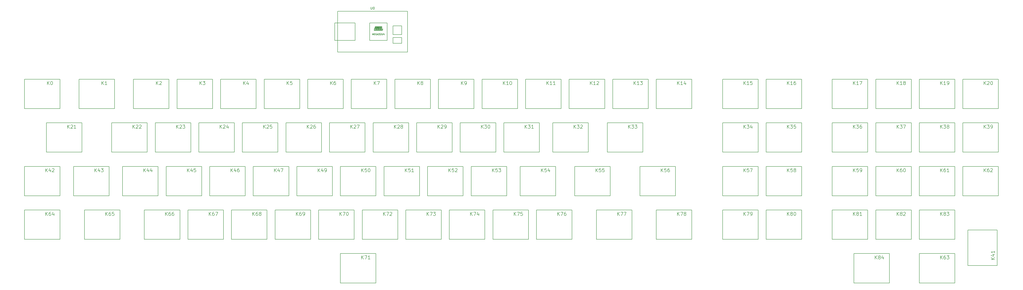
<source format=gto>
%TF.GenerationSoftware,KiCad,Pcbnew,5.1.9-1.fc33*%
%TF.CreationDate,2021-04-02T14:54:25-04:00*%
%TF.ProjectId,pcb,7063622e-6b69-4636-9164-5f7063625858,rev?*%
%TF.SameCoordinates,Original*%
%TF.FileFunction,Legend,Top*%
%TF.FilePolarity,Positive*%
%FSLAX46Y46*%
G04 Gerber Fmt 4.6, Leading zero omitted, Abs format (unit mm)*
G04 Created by KiCad (PCBNEW 5.1.9-1.fc33) date 2021-04-02 14:54:25*
%MOMM*%
%LPD*%
G01*
G04 APERTURE LIST*
%ADD10C,0.150000*%
%ADD11C,0.100000*%
%ADD12C,0.200000*%
G04 APERTURE END LIST*
D10*
%TO.C,K0*%
X78358000Y-170356000D02*
X78358000Y-183156000D01*
X93858000Y-170356000D02*
X93858000Y-183156000D01*
X78358000Y-183156000D02*
X93858000Y-183156000D01*
X78358000Y-170356000D02*
X93858000Y-170356000D01*
%TO.C,K1*%
X102108000Y-170356000D02*
X102108000Y-183156000D01*
X117608000Y-170356000D02*
X117608000Y-183156000D01*
X102108000Y-183156000D02*
X117608000Y-183156000D01*
X102108000Y-170356000D02*
X117608000Y-170356000D01*
%TO.C,K2*%
X125858000Y-170356000D02*
X125858000Y-183156000D01*
X141358000Y-170356000D02*
X141358000Y-183156000D01*
X125858000Y-183156000D02*
X141358000Y-183156000D01*
X125858000Y-170356000D02*
X141358000Y-170356000D01*
%TO.C,K3*%
X144858000Y-170356000D02*
X144858000Y-183156000D01*
X160358000Y-170356000D02*
X160358000Y-183156000D01*
X144858000Y-183156000D02*
X160358000Y-183156000D01*
X144858000Y-170356000D02*
X160358000Y-170356000D01*
%TO.C,K4*%
X163858000Y-170356000D02*
X163858000Y-183156000D01*
X179358000Y-170356000D02*
X179358000Y-183156000D01*
X163858000Y-183156000D02*
X179358000Y-183156000D01*
X163858000Y-170356000D02*
X179358000Y-170356000D01*
%TO.C,K5*%
X182858000Y-170356000D02*
X182858000Y-183156000D01*
X198358000Y-170356000D02*
X198358000Y-183156000D01*
X182858000Y-183156000D02*
X198358000Y-183156000D01*
X182858000Y-170356000D02*
X198358000Y-170356000D01*
%TO.C,K6*%
X201858000Y-170356000D02*
X201858000Y-183156000D01*
X217358000Y-170356000D02*
X217358000Y-183156000D01*
X201858000Y-183156000D02*
X217358000Y-183156000D01*
X201858000Y-170356000D02*
X217358000Y-170356000D01*
%TO.C,K7*%
X220858000Y-170356000D02*
X220858000Y-183156000D01*
X236358000Y-170356000D02*
X236358000Y-183156000D01*
X220858000Y-183156000D02*
X236358000Y-183156000D01*
X220858000Y-170356000D02*
X236358000Y-170356000D01*
%TO.C,K8*%
X239858000Y-170356000D02*
X239858000Y-183156000D01*
X255358000Y-170356000D02*
X255358000Y-183156000D01*
X239858000Y-183156000D02*
X255358000Y-183156000D01*
X239858000Y-170356000D02*
X255358000Y-170356000D01*
%TO.C,K9*%
X258858000Y-170356000D02*
X258858000Y-183156000D01*
X274358000Y-170356000D02*
X274358000Y-183156000D01*
X258858000Y-183156000D02*
X274358000Y-183156000D01*
X258858000Y-170356000D02*
X274358000Y-170356000D01*
%TO.C,K10*%
X277858000Y-170356000D02*
X277858000Y-183156000D01*
X293358000Y-170356000D02*
X293358000Y-183156000D01*
X277858000Y-183156000D02*
X293358000Y-183156000D01*
X277858000Y-170356000D02*
X293358000Y-170356000D01*
%TO.C,K11*%
X296858000Y-170356000D02*
X296858000Y-183156000D01*
X312358000Y-170356000D02*
X312358000Y-183156000D01*
X296858000Y-183156000D02*
X312358000Y-183156000D01*
X296858000Y-170356000D02*
X312358000Y-170356000D01*
%TO.C,K12*%
X315858000Y-170356000D02*
X315858000Y-183156000D01*
X331358000Y-170356000D02*
X331358000Y-183156000D01*
X315858000Y-183156000D02*
X331358000Y-183156000D01*
X315858000Y-170356000D02*
X331358000Y-170356000D01*
%TO.C,K13*%
X334858000Y-170356000D02*
X334858000Y-183156000D01*
X350358000Y-170356000D02*
X350358000Y-183156000D01*
X334858000Y-183156000D02*
X350358000Y-183156000D01*
X334858000Y-170356000D02*
X350358000Y-170356000D01*
%TO.C,K14*%
X353858000Y-170356000D02*
X353858000Y-183156000D01*
X369358000Y-170356000D02*
X369358000Y-183156000D01*
X353858000Y-183156000D02*
X369358000Y-183156000D01*
X353858000Y-170356000D02*
X369358000Y-170356000D01*
%TO.C,K15*%
X382758000Y-170356000D02*
X382758000Y-183156000D01*
X398258000Y-170356000D02*
X398258000Y-183156000D01*
X382758000Y-183156000D02*
X398258000Y-183156000D01*
X382758000Y-170356000D02*
X398258000Y-170356000D01*
%TO.C,K16*%
X401758000Y-170356000D02*
X401758000Y-183156000D01*
X417258000Y-170356000D02*
X417258000Y-183156000D01*
X401758000Y-183156000D02*
X417258000Y-183156000D01*
X401758000Y-170356000D02*
X417258000Y-170356000D01*
%TO.C,K17*%
X430558000Y-170356000D02*
X430558000Y-183156000D01*
X446058000Y-170356000D02*
X446058000Y-183156000D01*
X430558000Y-183156000D02*
X446058000Y-183156000D01*
X430558000Y-170356000D02*
X446058000Y-170356000D01*
%TO.C,K18*%
X449558000Y-170356000D02*
X449558000Y-183156000D01*
X465058000Y-170356000D02*
X465058000Y-183156000D01*
X449558000Y-183156000D02*
X465058000Y-183156000D01*
X449558000Y-170356000D02*
X465058000Y-170356000D01*
%TO.C,K19*%
X468558000Y-170356000D02*
X468558000Y-183156000D01*
X484058000Y-170356000D02*
X484058000Y-183156000D01*
X468558000Y-183156000D02*
X484058000Y-183156000D01*
X468558000Y-170356000D02*
X484058000Y-170356000D01*
%TO.C,K20*%
X487558000Y-170356000D02*
X487558000Y-183156000D01*
X503058000Y-170356000D02*
X503058000Y-183156000D01*
X487558000Y-183156000D02*
X503058000Y-183156000D01*
X487558000Y-170356000D02*
X503058000Y-170356000D01*
%TO.C,K21*%
X87858000Y-189356000D02*
X87858000Y-202156000D01*
X103358000Y-189356000D02*
X103358000Y-202156000D01*
X87858000Y-202156000D02*
X103358000Y-202156000D01*
X87858000Y-189356000D02*
X103358000Y-189356000D01*
%TO.C,K22*%
X116358000Y-189356000D02*
X116358000Y-202156000D01*
X131858000Y-189356000D02*
X131858000Y-202156000D01*
X116358000Y-202156000D02*
X131858000Y-202156000D01*
X116358000Y-189356000D02*
X131858000Y-189356000D01*
%TO.C,K23*%
X135358000Y-189356000D02*
X135358000Y-202156000D01*
X150858000Y-189356000D02*
X150858000Y-202156000D01*
X135358000Y-202156000D02*
X150858000Y-202156000D01*
X135358000Y-189356000D02*
X150858000Y-189356000D01*
%TO.C,K24*%
X154358000Y-189356000D02*
X154358000Y-202156000D01*
X169858000Y-189356000D02*
X169858000Y-202156000D01*
X154358000Y-202156000D02*
X169858000Y-202156000D01*
X154358000Y-189356000D02*
X169858000Y-189356000D01*
%TO.C,K25*%
X173358000Y-189356000D02*
X173358000Y-202156000D01*
X188858000Y-189356000D02*
X188858000Y-202156000D01*
X173358000Y-202156000D02*
X188858000Y-202156000D01*
X173358000Y-189356000D02*
X188858000Y-189356000D01*
%TO.C,K26*%
X192358000Y-189356000D02*
X192358000Y-202156000D01*
X207858000Y-189356000D02*
X207858000Y-202156000D01*
X192358000Y-202156000D02*
X207858000Y-202156000D01*
X192358000Y-189356000D02*
X207858000Y-189356000D01*
%TO.C,K27*%
X211358000Y-189356000D02*
X211358000Y-202156000D01*
X226858000Y-189356000D02*
X226858000Y-202156000D01*
X211358000Y-202156000D02*
X226858000Y-202156000D01*
X211358000Y-189356000D02*
X226858000Y-189356000D01*
%TO.C,K28*%
X230358000Y-189356000D02*
X230358000Y-202156000D01*
X245858000Y-189356000D02*
X245858000Y-202156000D01*
X230358000Y-202156000D02*
X245858000Y-202156000D01*
X230358000Y-189356000D02*
X245858000Y-189356000D01*
%TO.C,K29*%
X249358000Y-189356000D02*
X249358000Y-202156000D01*
X264858000Y-189356000D02*
X264858000Y-202156000D01*
X249358000Y-202156000D02*
X264858000Y-202156000D01*
X249358000Y-189356000D02*
X264858000Y-189356000D01*
%TO.C,K30*%
X268358000Y-189356000D02*
X268358000Y-202156000D01*
X283858000Y-189356000D02*
X283858000Y-202156000D01*
X268358000Y-202156000D02*
X283858000Y-202156000D01*
X268358000Y-189356000D02*
X283858000Y-189356000D01*
%TO.C,K31*%
X287358000Y-189356000D02*
X287358000Y-202156000D01*
X302858000Y-189356000D02*
X302858000Y-202156000D01*
X287358000Y-202156000D02*
X302858000Y-202156000D01*
X287358000Y-189356000D02*
X302858000Y-189356000D01*
%TO.C,K32*%
X308733000Y-189356000D02*
X308733000Y-202156000D01*
X324233000Y-189356000D02*
X324233000Y-202156000D01*
X308733000Y-202156000D02*
X324233000Y-202156000D01*
X308733000Y-189356000D02*
X324233000Y-189356000D01*
%TO.C,K33*%
X332483000Y-189356000D02*
X332483000Y-202156000D01*
X347983000Y-189356000D02*
X347983000Y-202156000D01*
X332483000Y-202156000D02*
X347983000Y-202156000D01*
X332483000Y-189356000D02*
X347983000Y-189356000D01*
%TO.C,K34*%
X382758000Y-189356000D02*
X382758000Y-202156000D01*
X398258000Y-189356000D02*
X398258000Y-202156000D01*
X382758000Y-202156000D02*
X398258000Y-202156000D01*
X382758000Y-189356000D02*
X398258000Y-189356000D01*
%TO.C,K35*%
X401758000Y-189356000D02*
X401758000Y-202156000D01*
X417258000Y-189356000D02*
X417258000Y-202156000D01*
X401758000Y-202156000D02*
X417258000Y-202156000D01*
X401758000Y-189356000D02*
X417258000Y-189356000D01*
%TO.C,K36*%
X430558000Y-189356000D02*
X430558000Y-202156000D01*
X446058000Y-189356000D02*
X446058000Y-202156000D01*
X430558000Y-202156000D02*
X446058000Y-202156000D01*
X430558000Y-189356000D02*
X446058000Y-189356000D01*
%TO.C,K37*%
X449558000Y-189356000D02*
X449558000Y-202156000D01*
X465058000Y-189356000D02*
X465058000Y-202156000D01*
X449558000Y-202156000D02*
X465058000Y-202156000D01*
X449558000Y-189356000D02*
X465058000Y-189356000D01*
%TO.C,K38*%
X468558000Y-189356000D02*
X468558000Y-202156000D01*
X484058000Y-189356000D02*
X484058000Y-202156000D01*
X468558000Y-202156000D02*
X484058000Y-202156000D01*
X468558000Y-189356000D02*
X484058000Y-189356000D01*
%TO.C,K39*%
X487558000Y-189356000D02*
X487558000Y-202156000D01*
X503058000Y-189356000D02*
X503058000Y-202156000D01*
X487558000Y-202156000D02*
X503058000Y-202156000D01*
X487558000Y-189356000D02*
X503058000Y-189356000D01*
%TO.C,K41*%
X502485000Y-236050000D02*
X489685000Y-236050000D01*
X502485000Y-251550000D02*
X489685000Y-251550000D01*
X489685000Y-236050000D02*
X489685000Y-251550000D01*
X502485000Y-236050000D02*
X502485000Y-251550000D01*
%TO.C,K42*%
X78358000Y-208356000D02*
X78358000Y-221156000D01*
X93858000Y-208356000D02*
X93858000Y-221156000D01*
X78358000Y-221156000D02*
X93858000Y-221156000D01*
X78358000Y-208356000D02*
X93858000Y-208356000D01*
%TO.C,K43*%
X99733000Y-208356000D02*
X99733000Y-221156000D01*
X115233000Y-208356000D02*
X115233000Y-221156000D01*
X99733000Y-221156000D02*
X115233000Y-221156000D01*
X99733000Y-208356000D02*
X115233000Y-208356000D01*
%TO.C,K44*%
X121108000Y-208356000D02*
X121108000Y-221156000D01*
X136608000Y-208356000D02*
X136608000Y-221156000D01*
X121108000Y-221156000D02*
X136608000Y-221156000D01*
X121108000Y-208356000D02*
X136608000Y-208356000D01*
%TO.C,K45*%
X140108000Y-208356000D02*
X140108000Y-221156000D01*
X155608000Y-208356000D02*
X155608000Y-221156000D01*
X140108000Y-221156000D02*
X155608000Y-221156000D01*
X140108000Y-208356000D02*
X155608000Y-208356000D01*
%TO.C,K46*%
X159108000Y-208356000D02*
X159108000Y-221156000D01*
X174608000Y-208356000D02*
X174608000Y-221156000D01*
X159108000Y-221156000D02*
X174608000Y-221156000D01*
X159108000Y-208356000D02*
X174608000Y-208356000D01*
%TO.C,K47*%
X178108000Y-208356000D02*
X178108000Y-221156000D01*
X193608000Y-208356000D02*
X193608000Y-221156000D01*
X178108000Y-221156000D02*
X193608000Y-221156000D01*
X178108000Y-208356000D02*
X193608000Y-208356000D01*
%TO.C,K49*%
X197108000Y-208356000D02*
X197108000Y-221156000D01*
X212608000Y-208356000D02*
X212608000Y-221156000D01*
X197108000Y-221156000D02*
X212608000Y-221156000D01*
X197108000Y-208356000D02*
X212608000Y-208356000D01*
%TO.C,K50*%
X216108000Y-208356000D02*
X216108000Y-221156000D01*
X231608000Y-208356000D02*
X231608000Y-221156000D01*
X216108000Y-221156000D02*
X231608000Y-221156000D01*
X216108000Y-208356000D02*
X231608000Y-208356000D01*
%TO.C,K51*%
X235108000Y-208356000D02*
X235108000Y-221156000D01*
X250608000Y-208356000D02*
X250608000Y-221156000D01*
X235108000Y-221156000D02*
X250608000Y-221156000D01*
X235108000Y-208356000D02*
X250608000Y-208356000D01*
%TO.C,K52*%
X254108000Y-208356000D02*
X254108000Y-221156000D01*
X269608000Y-208356000D02*
X269608000Y-221156000D01*
X254108000Y-221156000D02*
X269608000Y-221156000D01*
X254108000Y-208356000D02*
X269608000Y-208356000D01*
%TO.C,K53*%
X273108000Y-208356000D02*
X273108000Y-221156000D01*
X288608000Y-208356000D02*
X288608000Y-221156000D01*
X273108000Y-221156000D02*
X288608000Y-221156000D01*
X273108000Y-208356000D02*
X288608000Y-208356000D01*
%TO.C,K54*%
X294483000Y-208356000D02*
X294483000Y-221156000D01*
X309983000Y-208356000D02*
X309983000Y-221156000D01*
X294483000Y-221156000D02*
X309983000Y-221156000D01*
X294483000Y-208356000D02*
X309983000Y-208356000D01*
%TO.C,K55*%
X318233000Y-208356000D02*
X318233000Y-221156000D01*
X333733000Y-208356000D02*
X333733000Y-221156000D01*
X318233000Y-221156000D02*
X333733000Y-221156000D01*
X318233000Y-208356000D02*
X333733000Y-208356000D01*
%TO.C,K56*%
X346733000Y-208356000D02*
X346733000Y-221156000D01*
X362233000Y-208356000D02*
X362233000Y-221156000D01*
X346733000Y-221156000D02*
X362233000Y-221156000D01*
X346733000Y-208356000D02*
X362233000Y-208356000D01*
%TO.C,K57*%
X382758000Y-208356000D02*
X382758000Y-221156000D01*
X398258000Y-208356000D02*
X398258000Y-221156000D01*
X382758000Y-221156000D02*
X398258000Y-221156000D01*
X382758000Y-208356000D02*
X398258000Y-208356000D01*
%TO.C,K58*%
X401758000Y-208356000D02*
X401758000Y-221156000D01*
X417258000Y-208356000D02*
X417258000Y-221156000D01*
X401758000Y-221156000D02*
X417258000Y-221156000D01*
X401758000Y-208356000D02*
X417258000Y-208356000D01*
%TO.C,K59*%
X430558000Y-208356000D02*
X430558000Y-221156000D01*
X446058000Y-208356000D02*
X446058000Y-221156000D01*
X430558000Y-221156000D02*
X446058000Y-221156000D01*
X430558000Y-208356000D02*
X446058000Y-208356000D01*
%TO.C,K60*%
X449558000Y-208356000D02*
X449558000Y-221156000D01*
X465058000Y-208356000D02*
X465058000Y-221156000D01*
X449558000Y-221156000D02*
X465058000Y-221156000D01*
X449558000Y-208356000D02*
X465058000Y-208356000D01*
%TO.C,K61*%
X468558000Y-208356000D02*
X468558000Y-221156000D01*
X484058000Y-208356000D02*
X484058000Y-221156000D01*
X468558000Y-221156000D02*
X484058000Y-221156000D01*
X468558000Y-208356000D02*
X484058000Y-208356000D01*
%TO.C,K62*%
X487558000Y-208356000D02*
X487558000Y-221156000D01*
X503058000Y-208356000D02*
X503058000Y-221156000D01*
X487558000Y-221156000D02*
X503058000Y-221156000D01*
X487558000Y-208356000D02*
X503058000Y-208356000D01*
%TO.C,K63*%
X468558000Y-246356000D02*
X468558000Y-259156000D01*
X484058000Y-246356000D02*
X484058000Y-259156000D01*
X468558000Y-259156000D02*
X484058000Y-259156000D01*
X468558000Y-246356000D02*
X484058000Y-246356000D01*
%TO.C,K64*%
X78358000Y-227356000D02*
X78358000Y-240156000D01*
X93858000Y-227356000D02*
X93858000Y-240156000D01*
X78358000Y-240156000D02*
X93858000Y-240156000D01*
X78358000Y-227356000D02*
X93858000Y-227356000D01*
%TO.C,K65*%
X104483000Y-227356000D02*
X104483000Y-240156000D01*
X119983000Y-227356000D02*
X119983000Y-240156000D01*
X104483000Y-240156000D02*
X119983000Y-240156000D01*
X104483000Y-227356000D02*
X119983000Y-227356000D01*
%TO.C,K66*%
X130608000Y-227356000D02*
X130608000Y-240156000D01*
X146108000Y-227356000D02*
X146108000Y-240156000D01*
X130608000Y-240156000D02*
X146108000Y-240156000D01*
X130608000Y-227356000D02*
X146108000Y-227356000D01*
%TO.C,K67*%
X149608000Y-227356000D02*
X149608000Y-240156000D01*
X165108000Y-227356000D02*
X165108000Y-240156000D01*
X149608000Y-240156000D02*
X165108000Y-240156000D01*
X149608000Y-227356000D02*
X165108000Y-227356000D01*
%TO.C,K68*%
X168608000Y-227356000D02*
X168608000Y-240156000D01*
X184108000Y-227356000D02*
X184108000Y-240156000D01*
X168608000Y-240156000D02*
X184108000Y-240156000D01*
X168608000Y-227356000D02*
X184108000Y-227356000D01*
%TO.C,K69*%
X187608000Y-227356000D02*
X187608000Y-240156000D01*
X203108000Y-227356000D02*
X203108000Y-240156000D01*
X187608000Y-240156000D02*
X203108000Y-240156000D01*
X187608000Y-227356000D02*
X203108000Y-227356000D01*
%TO.C,K70*%
X206608000Y-227356000D02*
X206608000Y-240156000D01*
X222108000Y-227356000D02*
X222108000Y-240156000D01*
X206608000Y-240156000D02*
X222108000Y-240156000D01*
X206608000Y-227356000D02*
X222108000Y-227356000D01*
%TO.C,K71*%
X216108000Y-246356000D02*
X216108000Y-259156000D01*
X231608000Y-246356000D02*
X231608000Y-259156000D01*
X216108000Y-259156000D02*
X231608000Y-259156000D01*
X216108000Y-246356000D02*
X231608000Y-246356000D01*
%TO.C,K72*%
X225608000Y-227356000D02*
X225608000Y-240156000D01*
X241108000Y-227356000D02*
X241108000Y-240156000D01*
X225608000Y-240156000D02*
X241108000Y-240156000D01*
X225608000Y-227356000D02*
X241108000Y-227356000D01*
%TO.C,K73*%
X244608000Y-227356000D02*
X244608000Y-240156000D01*
X260108000Y-227356000D02*
X260108000Y-240156000D01*
X244608000Y-240156000D02*
X260108000Y-240156000D01*
X244608000Y-227356000D02*
X260108000Y-227356000D01*
%TO.C,K74*%
X263608000Y-227356000D02*
X263608000Y-240156000D01*
X279108000Y-227356000D02*
X279108000Y-240156000D01*
X263608000Y-240156000D02*
X279108000Y-240156000D01*
X263608000Y-227356000D02*
X279108000Y-227356000D01*
%TO.C,K75*%
X282608000Y-227356000D02*
X282608000Y-240156000D01*
X298108000Y-227356000D02*
X298108000Y-240156000D01*
X282608000Y-240156000D02*
X298108000Y-240156000D01*
X282608000Y-227356000D02*
X298108000Y-227356000D01*
%TO.C,K76*%
X301608000Y-227356000D02*
X301608000Y-240156000D01*
X317108000Y-227356000D02*
X317108000Y-240156000D01*
X301608000Y-240156000D02*
X317108000Y-240156000D01*
X301608000Y-227356000D02*
X317108000Y-227356000D01*
%TO.C,K77*%
X327733000Y-227356000D02*
X327733000Y-240156000D01*
X343233000Y-227356000D02*
X343233000Y-240156000D01*
X327733000Y-240156000D02*
X343233000Y-240156000D01*
X327733000Y-227356000D02*
X343233000Y-227356000D01*
%TO.C,K78*%
X353858000Y-227356000D02*
X353858000Y-240156000D01*
X369358000Y-227356000D02*
X369358000Y-240156000D01*
X353858000Y-240156000D02*
X369358000Y-240156000D01*
X353858000Y-227356000D02*
X369358000Y-227356000D01*
%TO.C,K79*%
X382758000Y-227356000D02*
X382758000Y-240156000D01*
X398258000Y-227356000D02*
X398258000Y-240156000D01*
X382758000Y-240156000D02*
X398258000Y-240156000D01*
X382758000Y-227356000D02*
X398258000Y-227356000D01*
%TO.C,K80*%
X401758000Y-227356000D02*
X401758000Y-240156000D01*
X417258000Y-227356000D02*
X417258000Y-240156000D01*
X401758000Y-240156000D02*
X417258000Y-240156000D01*
X401758000Y-227356000D02*
X417258000Y-227356000D01*
%TO.C,K81*%
X430558000Y-227356000D02*
X430558000Y-240156000D01*
X446058000Y-227356000D02*
X446058000Y-240156000D01*
X430558000Y-240156000D02*
X446058000Y-240156000D01*
X430558000Y-227356000D02*
X446058000Y-227356000D01*
%TO.C,K82*%
X449558000Y-227356000D02*
X449558000Y-240156000D01*
X465058000Y-227356000D02*
X465058000Y-240156000D01*
X449558000Y-240156000D02*
X465058000Y-240156000D01*
X449558000Y-227356000D02*
X465058000Y-227356000D01*
%TO.C,K83*%
X468558000Y-227356000D02*
X468558000Y-240156000D01*
X484058000Y-227356000D02*
X484058000Y-240156000D01*
X468558000Y-240156000D02*
X484058000Y-240156000D01*
X468558000Y-227356000D02*
X484058000Y-227356000D01*
%TO.C,K84*%
X440058000Y-246356000D02*
X440058000Y-259156000D01*
X455558000Y-246356000D02*
X455558000Y-259156000D01*
X440058000Y-259156000D02*
X455558000Y-259156000D01*
X440058000Y-246356000D02*
X455558000Y-246356000D01*
%TO.C,U0*%
X242824000Y-152146000D02*
X239014000Y-152146000D01*
X239014000Y-152146000D02*
X239014000Y-154686000D01*
X239014000Y-154686000D02*
X242824000Y-154686000D01*
X242824000Y-154686000D02*
X242824000Y-152146000D01*
X242824000Y-147066000D02*
X239014000Y-147066000D01*
X239014000Y-147066000D02*
X239014000Y-149606000D01*
X239014000Y-149606000D02*
X239014000Y-150876000D01*
X239014000Y-150876000D02*
X242824000Y-150876000D01*
X242824000Y-150876000D02*
X242824000Y-147066000D01*
X228854000Y-153416000D02*
X236474000Y-153416000D01*
X236474000Y-153416000D02*
X236474000Y-145796000D01*
X236474000Y-145796000D02*
X228854000Y-145796000D01*
X228854000Y-145796000D02*
X228854000Y-153416000D01*
X222504000Y-153416000D02*
X213614000Y-153416000D01*
X213614000Y-153416000D02*
X213614000Y-145796000D01*
X213614000Y-145796000D02*
X222504000Y-145796000D01*
X222504000Y-145796000D02*
X222504000Y-153416000D01*
X214884000Y-140716000D02*
X245364000Y-140716000D01*
X245364000Y-140716000D02*
X245364000Y-158496000D01*
X245364000Y-158496000D02*
X214884000Y-158496000D01*
X214884000Y-158496000D02*
X214884000Y-140716000D01*
D11*
G36*
X233172000Y-147701000D02*
G01*
X233807000Y-147701000D01*
X233807000Y-147955000D01*
X233426000Y-147955000D01*
X233426000Y-148082000D01*
X233807000Y-148082000D01*
X233807000Y-148336000D01*
X233426000Y-148336000D01*
X233426000Y-148463000D01*
X233807000Y-148463000D01*
X233807000Y-148717000D01*
X233172000Y-148717000D01*
X233172000Y-147701000D01*
G37*
X233172000Y-147701000D02*
X233807000Y-147701000D01*
X233807000Y-147955000D01*
X233426000Y-147955000D01*
X233426000Y-148082000D01*
X233807000Y-148082000D01*
X233807000Y-148336000D01*
X233426000Y-148336000D01*
X233426000Y-148463000D01*
X233807000Y-148463000D01*
X233807000Y-148717000D01*
X233172000Y-148717000D01*
X233172000Y-147701000D01*
G36*
X233934000Y-147701000D02*
G01*
X233934000Y-148717000D01*
X234569000Y-148717000D01*
X234696000Y-148463000D01*
X234188000Y-148463000D01*
X234188000Y-147701000D01*
X233934000Y-147701000D01*
G37*
X233934000Y-147701000D02*
X233934000Y-148717000D01*
X234569000Y-148717000D01*
X234696000Y-148463000D01*
X234188000Y-148463000D01*
X234188000Y-147701000D01*
X233934000Y-147701000D01*
G36*
X233045000Y-148717000D02*
G01*
X233045000Y-147701000D01*
X232029000Y-147701000D01*
X232029000Y-148717000D01*
X232283000Y-148717000D01*
X232283000Y-147955000D01*
X232410000Y-147955000D01*
X232410000Y-148717000D01*
X232664000Y-148717000D01*
X232664000Y-147955000D01*
X232791000Y-147955000D01*
X232791000Y-148717000D01*
X233045000Y-148717000D01*
G37*
X233045000Y-148717000D02*
X233045000Y-147701000D01*
X232029000Y-147701000D01*
X232029000Y-148717000D01*
X232283000Y-148717000D01*
X232283000Y-147955000D01*
X232410000Y-147955000D01*
X232410000Y-148717000D01*
X232664000Y-148717000D01*
X232664000Y-147955000D01*
X232791000Y-147955000D01*
X232791000Y-148717000D01*
X233045000Y-148717000D01*
G36*
X234188000Y-147574000D02*
G01*
X231902000Y-147574000D01*
X231902000Y-148717000D01*
X231648000Y-148717000D01*
X231648000Y-147574000D01*
X231140000Y-147574000D01*
X231267000Y-147320000D01*
X234188000Y-147320000D01*
X234188000Y-147574000D01*
G37*
X234188000Y-147574000D02*
X231902000Y-147574000D01*
X231902000Y-148717000D01*
X231648000Y-148717000D01*
X231648000Y-147574000D01*
X231140000Y-147574000D01*
X231267000Y-147320000D01*
X234188000Y-147320000D01*
X234188000Y-147574000D01*
G36*
X231521000Y-148717000D02*
G01*
X231521000Y-147701000D01*
X231140000Y-147701000D01*
X230759000Y-148717000D01*
X231013000Y-148717000D01*
X231267000Y-147955000D01*
X231267000Y-148717000D01*
X231521000Y-148717000D01*
G37*
X231521000Y-148717000D02*
X231521000Y-147701000D01*
X231140000Y-147701000D01*
X230759000Y-148717000D01*
X231013000Y-148717000D01*
X231267000Y-147955000D01*
X231267000Y-148717000D01*
X231521000Y-148717000D01*
G36*
X230759000Y-148844000D02*
G01*
X234569000Y-148844000D01*
X234442000Y-149098000D01*
X230759000Y-149098000D01*
X230759000Y-148844000D01*
G37*
X230759000Y-148844000D02*
X234569000Y-148844000D01*
X234442000Y-149098000D01*
X230759000Y-149098000D01*
X230759000Y-148844000D01*
%TO.C,K0*%
D12*
X88300857Y-172786571D02*
X88300857Y-171286571D01*
X89158000Y-172786571D02*
X88515142Y-171929428D01*
X89158000Y-171286571D02*
X88300857Y-172143714D01*
X90086571Y-171286571D02*
X90229428Y-171286571D01*
X90372285Y-171358000D01*
X90443714Y-171429428D01*
X90515142Y-171572285D01*
X90586571Y-171858000D01*
X90586571Y-172215142D01*
X90515142Y-172500857D01*
X90443714Y-172643714D01*
X90372285Y-172715142D01*
X90229428Y-172786571D01*
X90086571Y-172786571D01*
X89943714Y-172715142D01*
X89872285Y-172643714D01*
X89800857Y-172500857D01*
X89729428Y-172215142D01*
X89729428Y-171858000D01*
X89800857Y-171572285D01*
X89872285Y-171429428D01*
X89943714Y-171358000D01*
X90086571Y-171286571D01*
%TO.C,K1*%
X112050857Y-172786571D02*
X112050857Y-171286571D01*
X112908000Y-172786571D02*
X112265142Y-171929428D01*
X112908000Y-171286571D02*
X112050857Y-172143714D01*
X114336571Y-172786571D02*
X113479428Y-172786571D01*
X113908000Y-172786571D02*
X113908000Y-171286571D01*
X113765142Y-171500857D01*
X113622285Y-171643714D01*
X113479428Y-171715142D01*
%TO.C,K2*%
X135800857Y-172786571D02*
X135800857Y-171286571D01*
X136658000Y-172786571D02*
X136015142Y-171929428D01*
X136658000Y-171286571D02*
X135800857Y-172143714D01*
X137229428Y-171429428D02*
X137300857Y-171358000D01*
X137443714Y-171286571D01*
X137800857Y-171286571D01*
X137943714Y-171358000D01*
X138015142Y-171429428D01*
X138086571Y-171572285D01*
X138086571Y-171715142D01*
X138015142Y-171929428D01*
X137158000Y-172786571D01*
X138086571Y-172786571D01*
%TO.C,K3*%
X154800857Y-172786571D02*
X154800857Y-171286571D01*
X155658000Y-172786571D02*
X155015142Y-171929428D01*
X155658000Y-171286571D02*
X154800857Y-172143714D01*
X156158000Y-171286571D02*
X157086571Y-171286571D01*
X156586571Y-171858000D01*
X156800857Y-171858000D01*
X156943714Y-171929428D01*
X157015142Y-172000857D01*
X157086571Y-172143714D01*
X157086571Y-172500857D01*
X157015142Y-172643714D01*
X156943714Y-172715142D01*
X156800857Y-172786571D01*
X156372285Y-172786571D01*
X156229428Y-172715142D01*
X156158000Y-172643714D01*
%TO.C,K4*%
X173800857Y-172786571D02*
X173800857Y-171286571D01*
X174658000Y-172786571D02*
X174015142Y-171929428D01*
X174658000Y-171286571D02*
X173800857Y-172143714D01*
X175943714Y-171786571D02*
X175943714Y-172786571D01*
X175586571Y-171215142D02*
X175229428Y-172286571D01*
X176158000Y-172286571D01*
%TO.C,K5*%
X192800857Y-172786571D02*
X192800857Y-171286571D01*
X193658000Y-172786571D02*
X193015142Y-171929428D01*
X193658000Y-171286571D02*
X192800857Y-172143714D01*
X195015142Y-171286571D02*
X194300857Y-171286571D01*
X194229428Y-172000857D01*
X194300857Y-171929428D01*
X194443714Y-171858000D01*
X194800857Y-171858000D01*
X194943714Y-171929428D01*
X195015142Y-172000857D01*
X195086571Y-172143714D01*
X195086571Y-172500857D01*
X195015142Y-172643714D01*
X194943714Y-172715142D01*
X194800857Y-172786571D01*
X194443714Y-172786571D01*
X194300857Y-172715142D01*
X194229428Y-172643714D01*
%TO.C,K6*%
X211800857Y-172786571D02*
X211800857Y-171286571D01*
X212658000Y-172786571D02*
X212015142Y-171929428D01*
X212658000Y-171286571D02*
X211800857Y-172143714D01*
X213943714Y-171286571D02*
X213658000Y-171286571D01*
X213515142Y-171358000D01*
X213443714Y-171429428D01*
X213300857Y-171643714D01*
X213229428Y-171929428D01*
X213229428Y-172500857D01*
X213300857Y-172643714D01*
X213372285Y-172715142D01*
X213515142Y-172786571D01*
X213800857Y-172786571D01*
X213943714Y-172715142D01*
X214015142Y-172643714D01*
X214086571Y-172500857D01*
X214086571Y-172143714D01*
X214015142Y-172000857D01*
X213943714Y-171929428D01*
X213800857Y-171858000D01*
X213515142Y-171858000D01*
X213372285Y-171929428D01*
X213300857Y-172000857D01*
X213229428Y-172143714D01*
%TO.C,K7*%
X230800857Y-172786571D02*
X230800857Y-171286571D01*
X231658000Y-172786571D02*
X231015142Y-171929428D01*
X231658000Y-171286571D02*
X230800857Y-172143714D01*
X232158000Y-171286571D02*
X233158000Y-171286571D01*
X232515142Y-172786571D01*
%TO.C,K8*%
X249800857Y-172786571D02*
X249800857Y-171286571D01*
X250658000Y-172786571D02*
X250015142Y-171929428D01*
X250658000Y-171286571D02*
X249800857Y-172143714D01*
X251515142Y-171929428D02*
X251372285Y-171858000D01*
X251300857Y-171786571D01*
X251229428Y-171643714D01*
X251229428Y-171572285D01*
X251300857Y-171429428D01*
X251372285Y-171358000D01*
X251515142Y-171286571D01*
X251800857Y-171286571D01*
X251943714Y-171358000D01*
X252015142Y-171429428D01*
X252086571Y-171572285D01*
X252086571Y-171643714D01*
X252015142Y-171786571D01*
X251943714Y-171858000D01*
X251800857Y-171929428D01*
X251515142Y-171929428D01*
X251372285Y-172000857D01*
X251300857Y-172072285D01*
X251229428Y-172215142D01*
X251229428Y-172500857D01*
X251300857Y-172643714D01*
X251372285Y-172715142D01*
X251515142Y-172786571D01*
X251800857Y-172786571D01*
X251943714Y-172715142D01*
X252015142Y-172643714D01*
X252086571Y-172500857D01*
X252086571Y-172215142D01*
X252015142Y-172072285D01*
X251943714Y-172000857D01*
X251800857Y-171929428D01*
%TO.C,K9*%
X268800857Y-172786571D02*
X268800857Y-171286571D01*
X269658000Y-172786571D02*
X269015142Y-171929428D01*
X269658000Y-171286571D02*
X268800857Y-172143714D01*
X270372285Y-172786571D02*
X270658000Y-172786571D01*
X270800857Y-172715142D01*
X270872285Y-172643714D01*
X271015142Y-172429428D01*
X271086571Y-172143714D01*
X271086571Y-171572285D01*
X271015142Y-171429428D01*
X270943714Y-171358000D01*
X270800857Y-171286571D01*
X270515142Y-171286571D01*
X270372285Y-171358000D01*
X270300857Y-171429428D01*
X270229428Y-171572285D01*
X270229428Y-171929428D01*
X270300857Y-172072285D01*
X270372285Y-172143714D01*
X270515142Y-172215142D01*
X270800857Y-172215142D01*
X270943714Y-172143714D01*
X271015142Y-172072285D01*
X271086571Y-171929428D01*
%TO.C,K10*%
X287086571Y-172786571D02*
X287086571Y-171286571D01*
X287943714Y-172786571D02*
X287300857Y-171929428D01*
X287943714Y-171286571D02*
X287086571Y-172143714D01*
X289372285Y-172786571D02*
X288515142Y-172786571D01*
X288943714Y-172786571D02*
X288943714Y-171286571D01*
X288800857Y-171500857D01*
X288658000Y-171643714D01*
X288515142Y-171715142D01*
X290300857Y-171286571D02*
X290443714Y-171286571D01*
X290586571Y-171358000D01*
X290658000Y-171429428D01*
X290729428Y-171572285D01*
X290800857Y-171858000D01*
X290800857Y-172215142D01*
X290729428Y-172500857D01*
X290658000Y-172643714D01*
X290586571Y-172715142D01*
X290443714Y-172786571D01*
X290300857Y-172786571D01*
X290158000Y-172715142D01*
X290086571Y-172643714D01*
X290015142Y-172500857D01*
X289943714Y-172215142D01*
X289943714Y-171858000D01*
X290015142Y-171572285D01*
X290086571Y-171429428D01*
X290158000Y-171358000D01*
X290300857Y-171286571D01*
%TO.C,K11*%
X306086571Y-172786571D02*
X306086571Y-171286571D01*
X306943714Y-172786571D02*
X306300857Y-171929428D01*
X306943714Y-171286571D02*
X306086571Y-172143714D01*
X308372285Y-172786571D02*
X307515142Y-172786571D01*
X307943714Y-172786571D02*
X307943714Y-171286571D01*
X307800857Y-171500857D01*
X307658000Y-171643714D01*
X307515142Y-171715142D01*
X309800857Y-172786571D02*
X308943714Y-172786571D01*
X309372285Y-172786571D02*
X309372285Y-171286571D01*
X309229428Y-171500857D01*
X309086571Y-171643714D01*
X308943714Y-171715142D01*
%TO.C,K12*%
X325086571Y-172786571D02*
X325086571Y-171286571D01*
X325943714Y-172786571D02*
X325300857Y-171929428D01*
X325943714Y-171286571D02*
X325086571Y-172143714D01*
X327372285Y-172786571D02*
X326515142Y-172786571D01*
X326943714Y-172786571D02*
X326943714Y-171286571D01*
X326800857Y-171500857D01*
X326658000Y-171643714D01*
X326515142Y-171715142D01*
X327943714Y-171429428D02*
X328015142Y-171358000D01*
X328158000Y-171286571D01*
X328515142Y-171286571D01*
X328658000Y-171358000D01*
X328729428Y-171429428D01*
X328800857Y-171572285D01*
X328800857Y-171715142D01*
X328729428Y-171929428D01*
X327872285Y-172786571D01*
X328800857Y-172786571D01*
%TO.C,K13*%
X344086571Y-172786571D02*
X344086571Y-171286571D01*
X344943714Y-172786571D02*
X344300857Y-171929428D01*
X344943714Y-171286571D02*
X344086571Y-172143714D01*
X346372285Y-172786571D02*
X345515142Y-172786571D01*
X345943714Y-172786571D02*
X345943714Y-171286571D01*
X345800857Y-171500857D01*
X345658000Y-171643714D01*
X345515142Y-171715142D01*
X346872285Y-171286571D02*
X347800857Y-171286571D01*
X347300857Y-171858000D01*
X347515142Y-171858000D01*
X347658000Y-171929428D01*
X347729428Y-172000857D01*
X347800857Y-172143714D01*
X347800857Y-172500857D01*
X347729428Y-172643714D01*
X347658000Y-172715142D01*
X347515142Y-172786571D01*
X347086571Y-172786571D01*
X346943714Y-172715142D01*
X346872285Y-172643714D01*
%TO.C,K14*%
X363086571Y-172786571D02*
X363086571Y-171286571D01*
X363943714Y-172786571D02*
X363300857Y-171929428D01*
X363943714Y-171286571D02*
X363086571Y-172143714D01*
X365372285Y-172786571D02*
X364515142Y-172786571D01*
X364943714Y-172786571D02*
X364943714Y-171286571D01*
X364800857Y-171500857D01*
X364658000Y-171643714D01*
X364515142Y-171715142D01*
X366658000Y-171786571D02*
X366658000Y-172786571D01*
X366300857Y-171215142D02*
X365943714Y-172286571D01*
X366872285Y-172286571D01*
%TO.C,K15*%
X391986571Y-172786571D02*
X391986571Y-171286571D01*
X392843714Y-172786571D02*
X392200857Y-171929428D01*
X392843714Y-171286571D02*
X391986571Y-172143714D01*
X394272285Y-172786571D02*
X393415142Y-172786571D01*
X393843714Y-172786571D02*
X393843714Y-171286571D01*
X393700857Y-171500857D01*
X393558000Y-171643714D01*
X393415142Y-171715142D01*
X395629428Y-171286571D02*
X394915142Y-171286571D01*
X394843714Y-172000857D01*
X394915142Y-171929428D01*
X395058000Y-171858000D01*
X395415142Y-171858000D01*
X395558000Y-171929428D01*
X395629428Y-172000857D01*
X395700857Y-172143714D01*
X395700857Y-172500857D01*
X395629428Y-172643714D01*
X395558000Y-172715142D01*
X395415142Y-172786571D01*
X395058000Y-172786571D01*
X394915142Y-172715142D01*
X394843714Y-172643714D01*
%TO.C,K16*%
X410986571Y-172786571D02*
X410986571Y-171286571D01*
X411843714Y-172786571D02*
X411200857Y-171929428D01*
X411843714Y-171286571D02*
X410986571Y-172143714D01*
X413272285Y-172786571D02*
X412415142Y-172786571D01*
X412843714Y-172786571D02*
X412843714Y-171286571D01*
X412700857Y-171500857D01*
X412558000Y-171643714D01*
X412415142Y-171715142D01*
X414558000Y-171286571D02*
X414272285Y-171286571D01*
X414129428Y-171358000D01*
X414058000Y-171429428D01*
X413915142Y-171643714D01*
X413843714Y-171929428D01*
X413843714Y-172500857D01*
X413915142Y-172643714D01*
X413986571Y-172715142D01*
X414129428Y-172786571D01*
X414415142Y-172786571D01*
X414558000Y-172715142D01*
X414629428Y-172643714D01*
X414700857Y-172500857D01*
X414700857Y-172143714D01*
X414629428Y-172000857D01*
X414558000Y-171929428D01*
X414415142Y-171858000D01*
X414129428Y-171858000D01*
X413986571Y-171929428D01*
X413915142Y-172000857D01*
X413843714Y-172143714D01*
%TO.C,K17*%
X439786571Y-172786571D02*
X439786571Y-171286571D01*
X440643714Y-172786571D02*
X440000857Y-171929428D01*
X440643714Y-171286571D02*
X439786571Y-172143714D01*
X442072285Y-172786571D02*
X441215142Y-172786571D01*
X441643714Y-172786571D02*
X441643714Y-171286571D01*
X441500857Y-171500857D01*
X441358000Y-171643714D01*
X441215142Y-171715142D01*
X442572285Y-171286571D02*
X443572285Y-171286571D01*
X442929428Y-172786571D01*
%TO.C,K18*%
X458786571Y-172786571D02*
X458786571Y-171286571D01*
X459643714Y-172786571D02*
X459000857Y-171929428D01*
X459643714Y-171286571D02*
X458786571Y-172143714D01*
X461072285Y-172786571D02*
X460215142Y-172786571D01*
X460643714Y-172786571D02*
X460643714Y-171286571D01*
X460500857Y-171500857D01*
X460358000Y-171643714D01*
X460215142Y-171715142D01*
X461929428Y-171929428D02*
X461786571Y-171858000D01*
X461715142Y-171786571D01*
X461643714Y-171643714D01*
X461643714Y-171572285D01*
X461715142Y-171429428D01*
X461786571Y-171358000D01*
X461929428Y-171286571D01*
X462215142Y-171286571D01*
X462358000Y-171358000D01*
X462429428Y-171429428D01*
X462500857Y-171572285D01*
X462500857Y-171643714D01*
X462429428Y-171786571D01*
X462358000Y-171858000D01*
X462215142Y-171929428D01*
X461929428Y-171929428D01*
X461786571Y-172000857D01*
X461715142Y-172072285D01*
X461643714Y-172215142D01*
X461643714Y-172500857D01*
X461715142Y-172643714D01*
X461786571Y-172715142D01*
X461929428Y-172786571D01*
X462215142Y-172786571D01*
X462358000Y-172715142D01*
X462429428Y-172643714D01*
X462500857Y-172500857D01*
X462500857Y-172215142D01*
X462429428Y-172072285D01*
X462358000Y-172000857D01*
X462215142Y-171929428D01*
%TO.C,K19*%
X477786571Y-172786571D02*
X477786571Y-171286571D01*
X478643714Y-172786571D02*
X478000857Y-171929428D01*
X478643714Y-171286571D02*
X477786571Y-172143714D01*
X480072285Y-172786571D02*
X479215142Y-172786571D01*
X479643714Y-172786571D02*
X479643714Y-171286571D01*
X479500857Y-171500857D01*
X479358000Y-171643714D01*
X479215142Y-171715142D01*
X480786571Y-172786571D02*
X481072285Y-172786571D01*
X481215142Y-172715142D01*
X481286571Y-172643714D01*
X481429428Y-172429428D01*
X481500857Y-172143714D01*
X481500857Y-171572285D01*
X481429428Y-171429428D01*
X481358000Y-171358000D01*
X481215142Y-171286571D01*
X480929428Y-171286571D01*
X480786571Y-171358000D01*
X480715142Y-171429428D01*
X480643714Y-171572285D01*
X480643714Y-171929428D01*
X480715142Y-172072285D01*
X480786571Y-172143714D01*
X480929428Y-172215142D01*
X481215142Y-172215142D01*
X481358000Y-172143714D01*
X481429428Y-172072285D01*
X481500857Y-171929428D01*
%TO.C,K20*%
X496786571Y-172786571D02*
X496786571Y-171286571D01*
X497643714Y-172786571D02*
X497000857Y-171929428D01*
X497643714Y-171286571D02*
X496786571Y-172143714D01*
X498215142Y-171429428D02*
X498286571Y-171358000D01*
X498429428Y-171286571D01*
X498786571Y-171286571D01*
X498929428Y-171358000D01*
X499000857Y-171429428D01*
X499072285Y-171572285D01*
X499072285Y-171715142D01*
X499000857Y-171929428D01*
X498143714Y-172786571D01*
X499072285Y-172786571D01*
X500000857Y-171286571D02*
X500143714Y-171286571D01*
X500286571Y-171358000D01*
X500358000Y-171429428D01*
X500429428Y-171572285D01*
X500500857Y-171858000D01*
X500500857Y-172215142D01*
X500429428Y-172500857D01*
X500358000Y-172643714D01*
X500286571Y-172715142D01*
X500143714Y-172786571D01*
X500000857Y-172786571D01*
X499858000Y-172715142D01*
X499786571Y-172643714D01*
X499715142Y-172500857D01*
X499643714Y-172215142D01*
X499643714Y-171858000D01*
X499715142Y-171572285D01*
X499786571Y-171429428D01*
X499858000Y-171358000D01*
X500000857Y-171286571D01*
%TO.C,K21*%
X97086571Y-191786571D02*
X97086571Y-190286571D01*
X97943714Y-191786571D02*
X97300857Y-190929428D01*
X97943714Y-190286571D02*
X97086571Y-191143714D01*
X98515142Y-190429428D02*
X98586571Y-190358000D01*
X98729428Y-190286571D01*
X99086571Y-190286571D01*
X99229428Y-190358000D01*
X99300857Y-190429428D01*
X99372285Y-190572285D01*
X99372285Y-190715142D01*
X99300857Y-190929428D01*
X98443714Y-191786571D01*
X99372285Y-191786571D01*
X100800857Y-191786571D02*
X99943714Y-191786571D01*
X100372285Y-191786571D02*
X100372285Y-190286571D01*
X100229428Y-190500857D01*
X100086571Y-190643714D01*
X99943714Y-190715142D01*
%TO.C,K22*%
X125586571Y-191786571D02*
X125586571Y-190286571D01*
X126443714Y-191786571D02*
X125800857Y-190929428D01*
X126443714Y-190286571D02*
X125586571Y-191143714D01*
X127015142Y-190429428D02*
X127086571Y-190358000D01*
X127229428Y-190286571D01*
X127586571Y-190286571D01*
X127729428Y-190358000D01*
X127800857Y-190429428D01*
X127872285Y-190572285D01*
X127872285Y-190715142D01*
X127800857Y-190929428D01*
X126943714Y-191786571D01*
X127872285Y-191786571D01*
X128443714Y-190429428D02*
X128515142Y-190358000D01*
X128658000Y-190286571D01*
X129015142Y-190286571D01*
X129158000Y-190358000D01*
X129229428Y-190429428D01*
X129300857Y-190572285D01*
X129300857Y-190715142D01*
X129229428Y-190929428D01*
X128372285Y-191786571D01*
X129300857Y-191786571D01*
%TO.C,K23*%
X144586571Y-191786571D02*
X144586571Y-190286571D01*
X145443714Y-191786571D02*
X144800857Y-190929428D01*
X145443714Y-190286571D02*
X144586571Y-191143714D01*
X146015142Y-190429428D02*
X146086571Y-190358000D01*
X146229428Y-190286571D01*
X146586571Y-190286571D01*
X146729428Y-190358000D01*
X146800857Y-190429428D01*
X146872285Y-190572285D01*
X146872285Y-190715142D01*
X146800857Y-190929428D01*
X145943714Y-191786571D01*
X146872285Y-191786571D01*
X147372285Y-190286571D02*
X148300857Y-190286571D01*
X147800857Y-190858000D01*
X148015142Y-190858000D01*
X148158000Y-190929428D01*
X148229428Y-191000857D01*
X148300857Y-191143714D01*
X148300857Y-191500857D01*
X148229428Y-191643714D01*
X148158000Y-191715142D01*
X148015142Y-191786571D01*
X147586571Y-191786571D01*
X147443714Y-191715142D01*
X147372285Y-191643714D01*
%TO.C,K24*%
X163586571Y-191786571D02*
X163586571Y-190286571D01*
X164443714Y-191786571D02*
X163800857Y-190929428D01*
X164443714Y-190286571D02*
X163586571Y-191143714D01*
X165015142Y-190429428D02*
X165086571Y-190358000D01*
X165229428Y-190286571D01*
X165586571Y-190286571D01*
X165729428Y-190358000D01*
X165800857Y-190429428D01*
X165872285Y-190572285D01*
X165872285Y-190715142D01*
X165800857Y-190929428D01*
X164943714Y-191786571D01*
X165872285Y-191786571D01*
X167158000Y-190786571D02*
X167158000Y-191786571D01*
X166800857Y-190215142D02*
X166443714Y-191286571D01*
X167372285Y-191286571D01*
%TO.C,K25*%
X182586571Y-191786571D02*
X182586571Y-190286571D01*
X183443714Y-191786571D02*
X182800857Y-190929428D01*
X183443714Y-190286571D02*
X182586571Y-191143714D01*
X184015142Y-190429428D02*
X184086571Y-190358000D01*
X184229428Y-190286571D01*
X184586571Y-190286571D01*
X184729428Y-190358000D01*
X184800857Y-190429428D01*
X184872285Y-190572285D01*
X184872285Y-190715142D01*
X184800857Y-190929428D01*
X183943714Y-191786571D01*
X184872285Y-191786571D01*
X186229428Y-190286571D02*
X185515142Y-190286571D01*
X185443714Y-191000857D01*
X185515142Y-190929428D01*
X185658000Y-190858000D01*
X186015142Y-190858000D01*
X186158000Y-190929428D01*
X186229428Y-191000857D01*
X186300857Y-191143714D01*
X186300857Y-191500857D01*
X186229428Y-191643714D01*
X186158000Y-191715142D01*
X186015142Y-191786571D01*
X185658000Y-191786571D01*
X185515142Y-191715142D01*
X185443714Y-191643714D01*
%TO.C,K26*%
X201586571Y-191786571D02*
X201586571Y-190286571D01*
X202443714Y-191786571D02*
X201800857Y-190929428D01*
X202443714Y-190286571D02*
X201586571Y-191143714D01*
X203015142Y-190429428D02*
X203086571Y-190358000D01*
X203229428Y-190286571D01*
X203586571Y-190286571D01*
X203729428Y-190358000D01*
X203800857Y-190429428D01*
X203872285Y-190572285D01*
X203872285Y-190715142D01*
X203800857Y-190929428D01*
X202943714Y-191786571D01*
X203872285Y-191786571D01*
X205158000Y-190286571D02*
X204872285Y-190286571D01*
X204729428Y-190358000D01*
X204658000Y-190429428D01*
X204515142Y-190643714D01*
X204443714Y-190929428D01*
X204443714Y-191500857D01*
X204515142Y-191643714D01*
X204586571Y-191715142D01*
X204729428Y-191786571D01*
X205015142Y-191786571D01*
X205158000Y-191715142D01*
X205229428Y-191643714D01*
X205300857Y-191500857D01*
X205300857Y-191143714D01*
X205229428Y-191000857D01*
X205158000Y-190929428D01*
X205015142Y-190858000D01*
X204729428Y-190858000D01*
X204586571Y-190929428D01*
X204515142Y-191000857D01*
X204443714Y-191143714D01*
%TO.C,K27*%
X220586571Y-191786571D02*
X220586571Y-190286571D01*
X221443714Y-191786571D02*
X220800857Y-190929428D01*
X221443714Y-190286571D02*
X220586571Y-191143714D01*
X222015142Y-190429428D02*
X222086571Y-190358000D01*
X222229428Y-190286571D01*
X222586571Y-190286571D01*
X222729428Y-190358000D01*
X222800857Y-190429428D01*
X222872285Y-190572285D01*
X222872285Y-190715142D01*
X222800857Y-190929428D01*
X221943714Y-191786571D01*
X222872285Y-191786571D01*
X223372285Y-190286571D02*
X224372285Y-190286571D01*
X223729428Y-191786571D01*
%TO.C,K28*%
X239586571Y-191786571D02*
X239586571Y-190286571D01*
X240443714Y-191786571D02*
X239800857Y-190929428D01*
X240443714Y-190286571D02*
X239586571Y-191143714D01*
X241015142Y-190429428D02*
X241086571Y-190358000D01*
X241229428Y-190286571D01*
X241586571Y-190286571D01*
X241729428Y-190358000D01*
X241800857Y-190429428D01*
X241872285Y-190572285D01*
X241872285Y-190715142D01*
X241800857Y-190929428D01*
X240943714Y-191786571D01*
X241872285Y-191786571D01*
X242729428Y-190929428D02*
X242586571Y-190858000D01*
X242515142Y-190786571D01*
X242443714Y-190643714D01*
X242443714Y-190572285D01*
X242515142Y-190429428D01*
X242586571Y-190358000D01*
X242729428Y-190286571D01*
X243015142Y-190286571D01*
X243158000Y-190358000D01*
X243229428Y-190429428D01*
X243300857Y-190572285D01*
X243300857Y-190643714D01*
X243229428Y-190786571D01*
X243158000Y-190858000D01*
X243015142Y-190929428D01*
X242729428Y-190929428D01*
X242586571Y-191000857D01*
X242515142Y-191072285D01*
X242443714Y-191215142D01*
X242443714Y-191500857D01*
X242515142Y-191643714D01*
X242586571Y-191715142D01*
X242729428Y-191786571D01*
X243015142Y-191786571D01*
X243158000Y-191715142D01*
X243229428Y-191643714D01*
X243300857Y-191500857D01*
X243300857Y-191215142D01*
X243229428Y-191072285D01*
X243158000Y-191000857D01*
X243015142Y-190929428D01*
%TO.C,K29*%
X258586571Y-191786571D02*
X258586571Y-190286571D01*
X259443714Y-191786571D02*
X258800857Y-190929428D01*
X259443714Y-190286571D02*
X258586571Y-191143714D01*
X260015142Y-190429428D02*
X260086571Y-190358000D01*
X260229428Y-190286571D01*
X260586571Y-190286571D01*
X260729428Y-190358000D01*
X260800857Y-190429428D01*
X260872285Y-190572285D01*
X260872285Y-190715142D01*
X260800857Y-190929428D01*
X259943714Y-191786571D01*
X260872285Y-191786571D01*
X261586571Y-191786571D02*
X261872285Y-191786571D01*
X262015142Y-191715142D01*
X262086571Y-191643714D01*
X262229428Y-191429428D01*
X262300857Y-191143714D01*
X262300857Y-190572285D01*
X262229428Y-190429428D01*
X262158000Y-190358000D01*
X262015142Y-190286571D01*
X261729428Y-190286571D01*
X261586571Y-190358000D01*
X261515142Y-190429428D01*
X261443714Y-190572285D01*
X261443714Y-190929428D01*
X261515142Y-191072285D01*
X261586571Y-191143714D01*
X261729428Y-191215142D01*
X262015142Y-191215142D01*
X262158000Y-191143714D01*
X262229428Y-191072285D01*
X262300857Y-190929428D01*
%TO.C,K30*%
X277586571Y-191786571D02*
X277586571Y-190286571D01*
X278443714Y-191786571D02*
X277800857Y-190929428D01*
X278443714Y-190286571D02*
X277586571Y-191143714D01*
X278943714Y-190286571D02*
X279872285Y-190286571D01*
X279372285Y-190858000D01*
X279586571Y-190858000D01*
X279729428Y-190929428D01*
X279800857Y-191000857D01*
X279872285Y-191143714D01*
X279872285Y-191500857D01*
X279800857Y-191643714D01*
X279729428Y-191715142D01*
X279586571Y-191786571D01*
X279158000Y-191786571D01*
X279015142Y-191715142D01*
X278943714Y-191643714D01*
X280800857Y-190286571D02*
X280943714Y-190286571D01*
X281086571Y-190358000D01*
X281158000Y-190429428D01*
X281229428Y-190572285D01*
X281300857Y-190858000D01*
X281300857Y-191215142D01*
X281229428Y-191500857D01*
X281158000Y-191643714D01*
X281086571Y-191715142D01*
X280943714Y-191786571D01*
X280800857Y-191786571D01*
X280658000Y-191715142D01*
X280586571Y-191643714D01*
X280515142Y-191500857D01*
X280443714Y-191215142D01*
X280443714Y-190858000D01*
X280515142Y-190572285D01*
X280586571Y-190429428D01*
X280658000Y-190358000D01*
X280800857Y-190286571D01*
%TO.C,K31*%
X296586571Y-191786571D02*
X296586571Y-190286571D01*
X297443714Y-191786571D02*
X296800857Y-190929428D01*
X297443714Y-190286571D02*
X296586571Y-191143714D01*
X297943714Y-190286571D02*
X298872285Y-190286571D01*
X298372285Y-190858000D01*
X298586571Y-190858000D01*
X298729428Y-190929428D01*
X298800857Y-191000857D01*
X298872285Y-191143714D01*
X298872285Y-191500857D01*
X298800857Y-191643714D01*
X298729428Y-191715142D01*
X298586571Y-191786571D01*
X298158000Y-191786571D01*
X298015142Y-191715142D01*
X297943714Y-191643714D01*
X300300857Y-191786571D02*
X299443714Y-191786571D01*
X299872285Y-191786571D02*
X299872285Y-190286571D01*
X299729428Y-190500857D01*
X299586571Y-190643714D01*
X299443714Y-190715142D01*
%TO.C,K32*%
X317961571Y-191786571D02*
X317961571Y-190286571D01*
X318818714Y-191786571D02*
X318175857Y-190929428D01*
X318818714Y-190286571D02*
X317961571Y-191143714D01*
X319318714Y-190286571D02*
X320247285Y-190286571D01*
X319747285Y-190858000D01*
X319961571Y-190858000D01*
X320104428Y-190929428D01*
X320175857Y-191000857D01*
X320247285Y-191143714D01*
X320247285Y-191500857D01*
X320175857Y-191643714D01*
X320104428Y-191715142D01*
X319961571Y-191786571D01*
X319533000Y-191786571D01*
X319390142Y-191715142D01*
X319318714Y-191643714D01*
X320818714Y-190429428D02*
X320890142Y-190358000D01*
X321033000Y-190286571D01*
X321390142Y-190286571D01*
X321533000Y-190358000D01*
X321604428Y-190429428D01*
X321675857Y-190572285D01*
X321675857Y-190715142D01*
X321604428Y-190929428D01*
X320747285Y-191786571D01*
X321675857Y-191786571D01*
%TO.C,K33*%
X341711571Y-191786571D02*
X341711571Y-190286571D01*
X342568714Y-191786571D02*
X341925857Y-190929428D01*
X342568714Y-190286571D02*
X341711571Y-191143714D01*
X343068714Y-190286571D02*
X343997285Y-190286571D01*
X343497285Y-190858000D01*
X343711571Y-190858000D01*
X343854428Y-190929428D01*
X343925857Y-191000857D01*
X343997285Y-191143714D01*
X343997285Y-191500857D01*
X343925857Y-191643714D01*
X343854428Y-191715142D01*
X343711571Y-191786571D01*
X343283000Y-191786571D01*
X343140142Y-191715142D01*
X343068714Y-191643714D01*
X344497285Y-190286571D02*
X345425857Y-190286571D01*
X344925857Y-190858000D01*
X345140142Y-190858000D01*
X345283000Y-190929428D01*
X345354428Y-191000857D01*
X345425857Y-191143714D01*
X345425857Y-191500857D01*
X345354428Y-191643714D01*
X345283000Y-191715142D01*
X345140142Y-191786571D01*
X344711571Y-191786571D01*
X344568714Y-191715142D01*
X344497285Y-191643714D01*
%TO.C,K34*%
X391986571Y-191786571D02*
X391986571Y-190286571D01*
X392843714Y-191786571D02*
X392200857Y-190929428D01*
X392843714Y-190286571D02*
X391986571Y-191143714D01*
X393343714Y-190286571D02*
X394272285Y-190286571D01*
X393772285Y-190858000D01*
X393986571Y-190858000D01*
X394129428Y-190929428D01*
X394200857Y-191000857D01*
X394272285Y-191143714D01*
X394272285Y-191500857D01*
X394200857Y-191643714D01*
X394129428Y-191715142D01*
X393986571Y-191786571D01*
X393558000Y-191786571D01*
X393415142Y-191715142D01*
X393343714Y-191643714D01*
X395558000Y-190786571D02*
X395558000Y-191786571D01*
X395200857Y-190215142D02*
X394843714Y-191286571D01*
X395772285Y-191286571D01*
%TO.C,K35*%
X410986571Y-191786571D02*
X410986571Y-190286571D01*
X411843714Y-191786571D02*
X411200857Y-190929428D01*
X411843714Y-190286571D02*
X410986571Y-191143714D01*
X412343714Y-190286571D02*
X413272285Y-190286571D01*
X412772285Y-190858000D01*
X412986571Y-190858000D01*
X413129428Y-190929428D01*
X413200857Y-191000857D01*
X413272285Y-191143714D01*
X413272285Y-191500857D01*
X413200857Y-191643714D01*
X413129428Y-191715142D01*
X412986571Y-191786571D01*
X412558000Y-191786571D01*
X412415142Y-191715142D01*
X412343714Y-191643714D01*
X414629428Y-190286571D02*
X413915142Y-190286571D01*
X413843714Y-191000857D01*
X413915142Y-190929428D01*
X414058000Y-190858000D01*
X414415142Y-190858000D01*
X414558000Y-190929428D01*
X414629428Y-191000857D01*
X414700857Y-191143714D01*
X414700857Y-191500857D01*
X414629428Y-191643714D01*
X414558000Y-191715142D01*
X414415142Y-191786571D01*
X414058000Y-191786571D01*
X413915142Y-191715142D01*
X413843714Y-191643714D01*
%TO.C,K36*%
X439786571Y-191786571D02*
X439786571Y-190286571D01*
X440643714Y-191786571D02*
X440000857Y-190929428D01*
X440643714Y-190286571D02*
X439786571Y-191143714D01*
X441143714Y-190286571D02*
X442072285Y-190286571D01*
X441572285Y-190858000D01*
X441786571Y-190858000D01*
X441929428Y-190929428D01*
X442000857Y-191000857D01*
X442072285Y-191143714D01*
X442072285Y-191500857D01*
X442000857Y-191643714D01*
X441929428Y-191715142D01*
X441786571Y-191786571D01*
X441358000Y-191786571D01*
X441215142Y-191715142D01*
X441143714Y-191643714D01*
X443358000Y-190286571D02*
X443072285Y-190286571D01*
X442929428Y-190358000D01*
X442858000Y-190429428D01*
X442715142Y-190643714D01*
X442643714Y-190929428D01*
X442643714Y-191500857D01*
X442715142Y-191643714D01*
X442786571Y-191715142D01*
X442929428Y-191786571D01*
X443215142Y-191786571D01*
X443358000Y-191715142D01*
X443429428Y-191643714D01*
X443500857Y-191500857D01*
X443500857Y-191143714D01*
X443429428Y-191000857D01*
X443358000Y-190929428D01*
X443215142Y-190858000D01*
X442929428Y-190858000D01*
X442786571Y-190929428D01*
X442715142Y-191000857D01*
X442643714Y-191143714D01*
%TO.C,K37*%
X458786571Y-191786571D02*
X458786571Y-190286571D01*
X459643714Y-191786571D02*
X459000857Y-190929428D01*
X459643714Y-190286571D02*
X458786571Y-191143714D01*
X460143714Y-190286571D02*
X461072285Y-190286571D01*
X460572285Y-190858000D01*
X460786571Y-190858000D01*
X460929428Y-190929428D01*
X461000857Y-191000857D01*
X461072285Y-191143714D01*
X461072285Y-191500857D01*
X461000857Y-191643714D01*
X460929428Y-191715142D01*
X460786571Y-191786571D01*
X460358000Y-191786571D01*
X460215142Y-191715142D01*
X460143714Y-191643714D01*
X461572285Y-190286571D02*
X462572285Y-190286571D01*
X461929428Y-191786571D01*
%TO.C,K38*%
X477786571Y-191786571D02*
X477786571Y-190286571D01*
X478643714Y-191786571D02*
X478000857Y-190929428D01*
X478643714Y-190286571D02*
X477786571Y-191143714D01*
X479143714Y-190286571D02*
X480072285Y-190286571D01*
X479572285Y-190858000D01*
X479786571Y-190858000D01*
X479929428Y-190929428D01*
X480000857Y-191000857D01*
X480072285Y-191143714D01*
X480072285Y-191500857D01*
X480000857Y-191643714D01*
X479929428Y-191715142D01*
X479786571Y-191786571D01*
X479358000Y-191786571D01*
X479215142Y-191715142D01*
X479143714Y-191643714D01*
X480929428Y-190929428D02*
X480786571Y-190858000D01*
X480715142Y-190786571D01*
X480643714Y-190643714D01*
X480643714Y-190572285D01*
X480715142Y-190429428D01*
X480786571Y-190358000D01*
X480929428Y-190286571D01*
X481215142Y-190286571D01*
X481358000Y-190358000D01*
X481429428Y-190429428D01*
X481500857Y-190572285D01*
X481500857Y-190643714D01*
X481429428Y-190786571D01*
X481358000Y-190858000D01*
X481215142Y-190929428D01*
X480929428Y-190929428D01*
X480786571Y-191000857D01*
X480715142Y-191072285D01*
X480643714Y-191215142D01*
X480643714Y-191500857D01*
X480715142Y-191643714D01*
X480786571Y-191715142D01*
X480929428Y-191786571D01*
X481215142Y-191786571D01*
X481358000Y-191715142D01*
X481429428Y-191643714D01*
X481500857Y-191500857D01*
X481500857Y-191215142D01*
X481429428Y-191072285D01*
X481358000Y-191000857D01*
X481215142Y-190929428D01*
%TO.C,K39*%
X496786571Y-191786571D02*
X496786571Y-190286571D01*
X497643714Y-191786571D02*
X497000857Y-190929428D01*
X497643714Y-190286571D02*
X496786571Y-191143714D01*
X498143714Y-190286571D02*
X499072285Y-190286571D01*
X498572285Y-190858000D01*
X498786571Y-190858000D01*
X498929428Y-190929428D01*
X499000857Y-191000857D01*
X499072285Y-191143714D01*
X499072285Y-191500857D01*
X499000857Y-191643714D01*
X498929428Y-191715142D01*
X498786571Y-191786571D01*
X498358000Y-191786571D01*
X498215142Y-191715142D01*
X498143714Y-191643714D01*
X499786571Y-191786571D02*
X500072285Y-191786571D01*
X500215142Y-191715142D01*
X500286571Y-191643714D01*
X500429428Y-191429428D01*
X500500857Y-191143714D01*
X500500857Y-190572285D01*
X500429428Y-190429428D01*
X500358000Y-190358000D01*
X500215142Y-190286571D01*
X499929428Y-190286571D01*
X499786571Y-190358000D01*
X499715142Y-190429428D01*
X499643714Y-190572285D01*
X499643714Y-190929428D01*
X499715142Y-191072285D01*
X499786571Y-191143714D01*
X499929428Y-191215142D01*
X500215142Y-191215142D01*
X500358000Y-191143714D01*
X500429428Y-191072285D01*
X500500857Y-190929428D01*
%TO.C,K41*%
X501411571Y-248921428D02*
X499911571Y-248921428D01*
X501411571Y-248064285D02*
X500554428Y-248707142D01*
X499911571Y-248064285D02*
X500768714Y-248921428D01*
X500411571Y-246778571D02*
X501411571Y-246778571D01*
X499840142Y-247135714D02*
X500911571Y-247492857D01*
X500911571Y-246564285D01*
X501411571Y-245207142D02*
X501411571Y-246064285D01*
X501411571Y-245635714D02*
X499911571Y-245635714D01*
X500125857Y-245778571D01*
X500268714Y-245921428D01*
X500340142Y-246064285D01*
%TO.C,K42*%
X87586571Y-210786571D02*
X87586571Y-209286571D01*
X88443714Y-210786571D02*
X87800857Y-209929428D01*
X88443714Y-209286571D02*
X87586571Y-210143714D01*
X89729428Y-209786571D02*
X89729428Y-210786571D01*
X89372285Y-209215142D02*
X89015142Y-210286571D01*
X89943714Y-210286571D01*
X90443714Y-209429428D02*
X90515142Y-209358000D01*
X90658000Y-209286571D01*
X91015142Y-209286571D01*
X91158000Y-209358000D01*
X91229428Y-209429428D01*
X91300857Y-209572285D01*
X91300857Y-209715142D01*
X91229428Y-209929428D01*
X90372285Y-210786571D01*
X91300857Y-210786571D01*
%TO.C,K43*%
X108961571Y-210786571D02*
X108961571Y-209286571D01*
X109818714Y-210786571D02*
X109175857Y-209929428D01*
X109818714Y-209286571D02*
X108961571Y-210143714D01*
X111104428Y-209786571D02*
X111104428Y-210786571D01*
X110747285Y-209215142D02*
X110390142Y-210286571D01*
X111318714Y-210286571D01*
X111747285Y-209286571D02*
X112675857Y-209286571D01*
X112175857Y-209858000D01*
X112390142Y-209858000D01*
X112533000Y-209929428D01*
X112604428Y-210000857D01*
X112675857Y-210143714D01*
X112675857Y-210500857D01*
X112604428Y-210643714D01*
X112533000Y-210715142D01*
X112390142Y-210786571D01*
X111961571Y-210786571D01*
X111818714Y-210715142D01*
X111747285Y-210643714D01*
%TO.C,K44*%
X130336571Y-210786571D02*
X130336571Y-209286571D01*
X131193714Y-210786571D02*
X130550857Y-209929428D01*
X131193714Y-209286571D02*
X130336571Y-210143714D01*
X132479428Y-209786571D02*
X132479428Y-210786571D01*
X132122285Y-209215142D02*
X131765142Y-210286571D01*
X132693714Y-210286571D01*
X133908000Y-209786571D02*
X133908000Y-210786571D01*
X133550857Y-209215142D02*
X133193714Y-210286571D01*
X134122285Y-210286571D01*
%TO.C,K45*%
X149336571Y-210786571D02*
X149336571Y-209286571D01*
X150193714Y-210786571D02*
X149550857Y-209929428D01*
X150193714Y-209286571D02*
X149336571Y-210143714D01*
X151479428Y-209786571D02*
X151479428Y-210786571D01*
X151122285Y-209215142D02*
X150765142Y-210286571D01*
X151693714Y-210286571D01*
X152979428Y-209286571D02*
X152265142Y-209286571D01*
X152193714Y-210000857D01*
X152265142Y-209929428D01*
X152408000Y-209858000D01*
X152765142Y-209858000D01*
X152908000Y-209929428D01*
X152979428Y-210000857D01*
X153050857Y-210143714D01*
X153050857Y-210500857D01*
X152979428Y-210643714D01*
X152908000Y-210715142D01*
X152765142Y-210786571D01*
X152408000Y-210786571D01*
X152265142Y-210715142D01*
X152193714Y-210643714D01*
%TO.C,K46*%
X168336571Y-210786571D02*
X168336571Y-209286571D01*
X169193714Y-210786571D02*
X168550857Y-209929428D01*
X169193714Y-209286571D02*
X168336571Y-210143714D01*
X170479428Y-209786571D02*
X170479428Y-210786571D01*
X170122285Y-209215142D02*
X169765142Y-210286571D01*
X170693714Y-210286571D01*
X171908000Y-209286571D02*
X171622285Y-209286571D01*
X171479428Y-209358000D01*
X171408000Y-209429428D01*
X171265142Y-209643714D01*
X171193714Y-209929428D01*
X171193714Y-210500857D01*
X171265142Y-210643714D01*
X171336571Y-210715142D01*
X171479428Y-210786571D01*
X171765142Y-210786571D01*
X171908000Y-210715142D01*
X171979428Y-210643714D01*
X172050857Y-210500857D01*
X172050857Y-210143714D01*
X171979428Y-210000857D01*
X171908000Y-209929428D01*
X171765142Y-209858000D01*
X171479428Y-209858000D01*
X171336571Y-209929428D01*
X171265142Y-210000857D01*
X171193714Y-210143714D01*
%TO.C,K47*%
X187336571Y-210786571D02*
X187336571Y-209286571D01*
X188193714Y-210786571D02*
X187550857Y-209929428D01*
X188193714Y-209286571D02*
X187336571Y-210143714D01*
X189479428Y-209786571D02*
X189479428Y-210786571D01*
X189122285Y-209215142D02*
X188765142Y-210286571D01*
X189693714Y-210286571D01*
X190122285Y-209286571D02*
X191122285Y-209286571D01*
X190479428Y-210786571D01*
%TO.C,K49*%
X206336571Y-210786571D02*
X206336571Y-209286571D01*
X207193714Y-210786571D02*
X206550857Y-209929428D01*
X207193714Y-209286571D02*
X206336571Y-210143714D01*
X208479428Y-209786571D02*
X208479428Y-210786571D01*
X208122285Y-209215142D02*
X207765142Y-210286571D01*
X208693714Y-210286571D01*
X209336571Y-210786571D02*
X209622285Y-210786571D01*
X209765142Y-210715142D01*
X209836571Y-210643714D01*
X209979428Y-210429428D01*
X210050857Y-210143714D01*
X210050857Y-209572285D01*
X209979428Y-209429428D01*
X209908000Y-209358000D01*
X209765142Y-209286571D01*
X209479428Y-209286571D01*
X209336571Y-209358000D01*
X209265142Y-209429428D01*
X209193714Y-209572285D01*
X209193714Y-209929428D01*
X209265142Y-210072285D01*
X209336571Y-210143714D01*
X209479428Y-210215142D01*
X209765142Y-210215142D01*
X209908000Y-210143714D01*
X209979428Y-210072285D01*
X210050857Y-209929428D01*
%TO.C,K50*%
X225336571Y-210786571D02*
X225336571Y-209286571D01*
X226193714Y-210786571D02*
X225550857Y-209929428D01*
X226193714Y-209286571D02*
X225336571Y-210143714D01*
X227550857Y-209286571D02*
X226836571Y-209286571D01*
X226765142Y-210000857D01*
X226836571Y-209929428D01*
X226979428Y-209858000D01*
X227336571Y-209858000D01*
X227479428Y-209929428D01*
X227550857Y-210000857D01*
X227622285Y-210143714D01*
X227622285Y-210500857D01*
X227550857Y-210643714D01*
X227479428Y-210715142D01*
X227336571Y-210786571D01*
X226979428Y-210786571D01*
X226836571Y-210715142D01*
X226765142Y-210643714D01*
X228550857Y-209286571D02*
X228693714Y-209286571D01*
X228836571Y-209358000D01*
X228908000Y-209429428D01*
X228979428Y-209572285D01*
X229050857Y-209858000D01*
X229050857Y-210215142D01*
X228979428Y-210500857D01*
X228908000Y-210643714D01*
X228836571Y-210715142D01*
X228693714Y-210786571D01*
X228550857Y-210786571D01*
X228408000Y-210715142D01*
X228336571Y-210643714D01*
X228265142Y-210500857D01*
X228193714Y-210215142D01*
X228193714Y-209858000D01*
X228265142Y-209572285D01*
X228336571Y-209429428D01*
X228408000Y-209358000D01*
X228550857Y-209286571D01*
%TO.C,K51*%
X244336571Y-210786571D02*
X244336571Y-209286571D01*
X245193714Y-210786571D02*
X244550857Y-209929428D01*
X245193714Y-209286571D02*
X244336571Y-210143714D01*
X246550857Y-209286571D02*
X245836571Y-209286571D01*
X245765142Y-210000857D01*
X245836571Y-209929428D01*
X245979428Y-209858000D01*
X246336571Y-209858000D01*
X246479428Y-209929428D01*
X246550857Y-210000857D01*
X246622285Y-210143714D01*
X246622285Y-210500857D01*
X246550857Y-210643714D01*
X246479428Y-210715142D01*
X246336571Y-210786571D01*
X245979428Y-210786571D01*
X245836571Y-210715142D01*
X245765142Y-210643714D01*
X248050857Y-210786571D02*
X247193714Y-210786571D01*
X247622285Y-210786571D02*
X247622285Y-209286571D01*
X247479428Y-209500857D01*
X247336571Y-209643714D01*
X247193714Y-209715142D01*
%TO.C,K52*%
X263336571Y-210786571D02*
X263336571Y-209286571D01*
X264193714Y-210786571D02*
X263550857Y-209929428D01*
X264193714Y-209286571D02*
X263336571Y-210143714D01*
X265550857Y-209286571D02*
X264836571Y-209286571D01*
X264765142Y-210000857D01*
X264836571Y-209929428D01*
X264979428Y-209858000D01*
X265336571Y-209858000D01*
X265479428Y-209929428D01*
X265550857Y-210000857D01*
X265622285Y-210143714D01*
X265622285Y-210500857D01*
X265550857Y-210643714D01*
X265479428Y-210715142D01*
X265336571Y-210786571D01*
X264979428Y-210786571D01*
X264836571Y-210715142D01*
X264765142Y-210643714D01*
X266193714Y-209429428D02*
X266265142Y-209358000D01*
X266408000Y-209286571D01*
X266765142Y-209286571D01*
X266908000Y-209358000D01*
X266979428Y-209429428D01*
X267050857Y-209572285D01*
X267050857Y-209715142D01*
X266979428Y-209929428D01*
X266122285Y-210786571D01*
X267050857Y-210786571D01*
%TO.C,K53*%
X282336571Y-210786571D02*
X282336571Y-209286571D01*
X283193714Y-210786571D02*
X282550857Y-209929428D01*
X283193714Y-209286571D02*
X282336571Y-210143714D01*
X284550857Y-209286571D02*
X283836571Y-209286571D01*
X283765142Y-210000857D01*
X283836571Y-209929428D01*
X283979428Y-209858000D01*
X284336571Y-209858000D01*
X284479428Y-209929428D01*
X284550857Y-210000857D01*
X284622285Y-210143714D01*
X284622285Y-210500857D01*
X284550857Y-210643714D01*
X284479428Y-210715142D01*
X284336571Y-210786571D01*
X283979428Y-210786571D01*
X283836571Y-210715142D01*
X283765142Y-210643714D01*
X285122285Y-209286571D02*
X286050857Y-209286571D01*
X285550857Y-209858000D01*
X285765142Y-209858000D01*
X285908000Y-209929428D01*
X285979428Y-210000857D01*
X286050857Y-210143714D01*
X286050857Y-210500857D01*
X285979428Y-210643714D01*
X285908000Y-210715142D01*
X285765142Y-210786571D01*
X285336571Y-210786571D01*
X285193714Y-210715142D01*
X285122285Y-210643714D01*
%TO.C,K54*%
X303711571Y-210786571D02*
X303711571Y-209286571D01*
X304568714Y-210786571D02*
X303925857Y-209929428D01*
X304568714Y-209286571D02*
X303711571Y-210143714D01*
X305925857Y-209286571D02*
X305211571Y-209286571D01*
X305140142Y-210000857D01*
X305211571Y-209929428D01*
X305354428Y-209858000D01*
X305711571Y-209858000D01*
X305854428Y-209929428D01*
X305925857Y-210000857D01*
X305997285Y-210143714D01*
X305997285Y-210500857D01*
X305925857Y-210643714D01*
X305854428Y-210715142D01*
X305711571Y-210786571D01*
X305354428Y-210786571D01*
X305211571Y-210715142D01*
X305140142Y-210643714D01*
X307283000Y-209786571D02*
X307283000Y-210786571D01*
X306925857Y-209215142D02*
X306568714Y-210286571D01*
X307497285Y-210286571D01*
%TO.C,K55*%
X327461571Y-210786571D02*
X327461571Y-209286571D01*
X328318714Y-210786571D02*
X327675857Y-209929428D01*
X328318714Y-209286571D02*
X327461571Y-210143714D01*
X329675857Y-209286571D02*
X328961571Y-209286571D01*
X328890142Y-210000857D01*
X328961571Y-209929428D01*
X329104428Y-209858000D01*
X329461571Y-209858000D01*
X329604428Y-209929428D01*
X329675857Y-210000857D01*
X329747285Y-210143714D01*
X329747285Y-210500857D01*
X329675857Y-210643714D01*
X329604428Y-210715142D01*
X329461571Y-210786571D01*
X329104428Y-210786571D01*
X328961571Y-210715142D01*
X328890142Y-210643714D01*
X331104428Y-209286571D02*
X330390142Y-209286571D01*
X330318714Y-210000857D01*
X330390142Y-209929428D01*
X330533000Y-209858000D01*
X330890142Y-209858000D01*
X331033000Y-209929428D01*
X331104428Y-210000857D01*
X331175857Y-210143714D01*
X331175857Y-210500857D01*
X331104428Y-210643714D01*
X331033000Y-210715142D01*
X330890142Y-210786571D01*
X330533000Y-210786571D01*
X330390142Y-210715142D01*
X330318714Y-210643714D01*
%TO.C,K56*%
X355961571Y-210786571D02*
X355961571Y-209286571D01*
X356818714Y-210786571D02*
X356175857Y-209929428D01*
X356818714Y-209286571D02*
X355961571Y-210143714D01*
X358175857Y-209286571D02*
X357461571Y-209286571D01*
X357390142Y-210000857D01*
X357461571Y-209929428D01*
X357604428Y-209858000D01*
X357961571Y-209858000D01*
X358104428Y-209929428D01*
X358175857Y-210000857D01*
X358247285Y-210143714D01*
X358247285Y-210500857D01*
X358175857Y-210643714D01*
X358104428Y-210715142D01*
X357961571Y-210786571D01*
X357604428Y-210786571D01*
X357461571Y-210715142D01*
X357390142Y-210643714D01*
X359533000Y-209286571D02*
X359247285Y-209286571D01*
X359104428Y-209358000D01*
X359033000Y-209429428D01*
X358890142Y-209643714D01*
X358818714Y-209929428D01*
X358818714Y-210500857D01*
X358890142Y-210643714D01*
X358961571Y-210715142D01*
X359104428Y-210786571D01*
X359390142Y-210786571D01*
X359533000Y-210715142D01*
X359604428Y-210643714D01*
X359675857Y-210500857D01*
X359675857Y-210143714D01*
X359604428Y-210000857D01*
X359533000Y-209929428D01*
X359390142Y-209858000D01*
X359104428Y-209858000D01*
X358961571Y-209929428D01*
X358890142Y-210000857D01*
X358818714Y-210143714D01*
%TO.C,K57*%
X391986571Y-210786571D02*
X391986571Y-209286571D01*
X392843714Y-210786571D02*
X392200857Y-209929428D01*
X392843714Y-209286571D02*
X391986571Y-210143714D01*
X394200857Y-209286571D02*
X393486571Y-209286571D01*
X393415142Y-210000857D01*
X393486571Y-209929428D01*
X393629428Y-209858000D01*
X393986571Y-209858000D01*
X394129428Y-209929428D01*
X394200857Y-210000857D01*
X394272285Y-210143714D01*
X394272285Y-210500857D01*
X394200857Y-210643714D01*
X394129428Y-210715142D01*
X393986571Y-210786571D01*
X393629428Y-210786571D01*
X393486571Y-210715142D01*
X393415142Y-210643714D01*
X394772285Y-209286571D02*
X395772285Y-209286571D01*
X395129428Y-210786571D01*
%TO.C,K58*%
X410986571Y-210786571D02*
X410986571Y-209286571D01*
X411843714Y-210786571D02*
X411200857Y-209929428D01*
X411843714Y-209286571D02*
X410986571Y-210143714D01*
X413200857Y-209286571D02*
X412486571Y-209286571D01*
X412415142Y-210000857D01*
X412486571Y-209929428D01*
X412629428Y-209858000D01*
X412986571Y-209858000D01*
X413129428Y-209929428D01*
X413200857Y-210000857D01*
X413272285Y-210143714D01*
X413272285Y-210500857D01*
X413200857Y-210643714D01*
X413129428Y-210715142D01*
X412986571Y-210786571D01*
X412629428Y-210786571D01*
X412486571Y-210715142D01*
X412415142Y-210643714D01*
X414129428Y-209929428D02*
X413986571Y-209858000D01*
X413915142Y-209786571D01*
X413843714Y-209643714D01*
X413843714Y-209572285D01*
X413915142Y-209429428D01*
X413986571Y-209358000D01*
X414129428Y-209286571D01*
X414415142Y-209286571D01*
X414558000Y-209358000D01*
X414629428Y-209429428D01*
X414700857Y-209572285D01*
X414700857Y-209643714D01*
X414629428Y-209786571D01*
X414558000Y-209858000D01*
X414415142Y-209929428D01*
X414129428Y-209929428D01*
X413986571Y-210000857D01*
X413915142Y-210072285D01*
X413843714Y-210215142D01*
X413843714Y-210500857D01*
X413915142Y-210643714D01*
X413986571Y-210715142D01*
X414129428Y-210786571D01*
X414415142Y-210786571D01*
X414558000Y-210715142D01*
X414629428Y-210643714D01*
X414700857Y-210500857D01*
X414700857Y-210215142D01*
X414629428Y-210072285D01*
X414558000Y-210000857D01*
X414415142Y-209929428D01*
%TO.C,K59*%
X439786571Y-210786571D02*
X439786571Y-209286571D01*
X440643714Y-210786571D02*
X440000857Y-209929428D01*
X440643714Y-209286571D02*
X439786571Y-210143714D01*
X442000857Y-209286571D02*
X441286571Y-209286571D01*
X441215142Y-210000857D01*
X441286571Y-209929428D01*
X441429428Y-209858000D01*
X441786571Y-209858000D01*
X441929428Y-209929428D01*
X442000857Y-210000857D01*
X442072285Y-210143714D01*
X442072285Y-210500857D01*
X442000857Y-210643714D01*
X441929428Y-210715142D01*
X441786571Y-210786571D01*
X441429428Y-210786571D01*
X441286571Y-210715142D01*
X441215142Y-210643714D01*
X442786571Y-210786571D02*
X443072285Y-210786571D01*
X443215142Y-210715142D01*
X443286571Y-210643714D01*
X443429428Y-210429428D01*
X443500857Y-210143714D01*
X443500857Y-209572285D01*
X443429428Y-209429428D01*
X443358000Y-209358000D01*
X443215142Y-209286571D01*
X442929428Y-209286571D01*
X442786571Y-209358000D01*
X442715142Y-209429428D01*
X442643714Y-209572285D01*
X442643714Y-209929428D01*
X442715142Y-210072285D01*
X442786571Y-210143714D01*
X442929428Y-210215142D01*
X443215142Y-210215142D01*
X443358000Y-210143714D01*
X443429428Y-210072285D01*
X443500857Y-209929428D01*
%TO.C,K60*%
X458786571Y-210786571D02*
X458786571Y-209286571D01*
X459643714Y-210786571D02*
X459000857Y-209929428D01*
X459643714Y-209286571D02*
X458786571Y-210143714D01*
X460929428Y-209286571D02*
X460643714Y-209286571D01*
X460500857Y-209358000D01*
X460429428Y-209429428D01*
X460286571Y-209643714D01*
X460215142Y-209929428D01*
X460215142Y-210500857D01*
X460286571Y-210643714D01*
X460358000Y-210715142D01*
X460500857Y-210786571D01*
X460786571Y-210786571D01*
X460929428Y-210715142D01*
X461000857Y-210643714D01*
X461072285Y-210500857D01*
X461072285Y-210143714D01*
X461000857Y-210000857D01*
X460929428Y-209929428D01*
X460786571Y-209858000D01*
X460500857Y-209858000D01*
X460358000Y-209929428D01*
X460286571Y-210000857D01*
X460215142Y-210143714D01*
X462000857Y-209286571D02*
X462143714Y-209286571D01*
X462286571Y-209358000D01*
X462358000Y-209429428D01*
X462429428Y-209572285D01*
X462500857Y-209858000D01*
X462500857Y-210215142D01*
X462429428Y-210500857D01*
X462358000Y-210643714D01*
X462286571Y-210715142D01*
X462143714Y-210786571D01*
X462000857Y-210786571D01*
X461858000Y-210715142D01*
X461786571Y-210643714D01*
X461715142Y-210500857D01*
X461643714Y-210215142D01*
X461643714Y-209858000D01*
X461715142Y-209572285D01*
X461786571Y-209429428D01*
X461858000Y-209358000D01*
X462000857Y-209286571D01*
%TO.C,K61*%
X477786571Y-210786571D02*
X477786571Y-209286571D01*
X478643714Y-210786571D02*
X478000857Y-209929428D01*
X478643714Y-209286571D02*
X477786571Y-210143714D01*
X479929428Y-209286571D02*
X479643714Y-209286571D01*
X479500857Y-209358000D01*
X479429428Y-209429428D01*
X479286571Y-209643714D01*
X479215142Y-209929428D01*
X479215142Y-210500857D01*
X479286571Y-210643714D01*
X479358000Y-210715142D01*
X479500857Y-210786571D01*
X479786571Y-210786571D01*
X479929428Y-210715142D01*
X480000857Y-210643714D01*
X480072285Y-210500857D01*
X480072285Y-210143714D01*
X480000857Y-210000857D01*
X479929428Y-209929428D01*
X479786571Y-209858000D01*
X479500857Y-209858000D01*
X479358000Y-209929428D01*
X479286571Y-210000857D01*
X479215142Y-210143714D01*
X481500857Y-210786571D02*
X480643714Y-210786571D01*
X481072285Y-210786571D02*
X481072285Y-209286571D01*
X480929428Y-209500857D01*
X480786571Y-209643714D01*
X480643714Y-209715142D01*
%TO.C,K62*%
X496786571Y-210786571D02*
X496786571Y-209286571D01*
X497643714Y-210786571D02*
X497000857Y-209929428D01*
X497643714Y-209286571D02*
X496786571Y-210143714D01*
X498929428Y-209286571D02*
X498643714Y-209286571D01*
X498500857Y-209358000D01*
X498429428Y-209429428D01*
X498286571Y-209643714D01*
X498215142Y-209929428D01*
X498215142Y-210500857D01*
X498286571Y-210643714D01*
X498358000Y-210715142D01*
X498500857Y-210786571D01*
X498786571Y-210786571D01*
X498929428Y-210715142D01*
X499000857Y-210643714D01*
X499072285Y-210500857D01*
X499072285Y-210143714D01*
X499000857Y-210000857D01*
X498929428Y-209929428D01*
X498786571Y-209858000D01*
X498500857Y-209858000D01*
X498358000Y-209929428D01*
X498286571Y-210000857D01*
X498215142Y-210143714D01*
X499643714Y-209429428D02*
X499715142Y-209358000D01*
X499858000Y-209286571D01*
X500215142Y-209286571D01*
X500358000Y-209358000D01*
X500429428Y-209429428D01*
X500500857Y-209572285D01*
X500500857Y-209715142D01*
X500429428Y-209929428D01*
X499572285Y-210786571D01*
X500500857Y-210786571D01*
%TO.C,K63*%
X477786571Y-248786571D02*
X477786571Y-247286571D01*
X478643714Y-248786571D02*
X478000857Y-247929428D01*
X478643714Y-247286571D02*
X477786571Y-248143714D01*
X479929428Y-247286571D02*
X479643714Y-247286571D01*
X479500857Y-247358000D01*
X479429428Y-247429428D01*
X479286571Y-247643714D01*
X479215142Y-247929428D01*
X479215142Y-248500857D01*
X479286571Y-248643714D01*
X479358000Y-248715142D01*
X479500857Y-248786571D01*
X479786571Y-248786571D01*
X479929428Y-248715142D01*
X480000857Y-248643714D01*
X480072285Y-248500857D01*
X480072285Y-248143714D01*
X480000857Y-248000857D01*
X479929428Y-247929428D01*
X479786571Y-247858000D01*
X479500857Y-247858000D01*
X479358000Y-247929428D01*
X479286571Y-248000857D01*
X479215142Y-248143714D01*
X480572285Y-247286571D02*
X481500857Y-247286571D01*
X481000857Y-247858000D01*
X481215142Y-247858000D01*
X481358000Y-247929428D01*
X481429428Y-248000857D01*
X481500857Y-248143714D01*
X481500857Y-248500857D01*
X481429428Y-248643714D01*
X481358000Y-248715142D01*
X481215142Y-248786571D01*
X480786571Y-248786571D01*
X480643714Y-248715142D01*
X480572285Y-248643714D01*
%TO.C,K64*%
X87586571Y-229786571D02*
X87586571Y-228286571D01*
X88443714Y-229786571D02*
X87800857Y-228929428D01*
X88443714Y-228286571D02*
X87586571Y-229143714D01*
X89729428Y-228286571D02*
X89443714Y-228286571D01*
X89300857Y-228358000D01*
X89229428Y-228429428D01*
X89086571Y-228643714D01*
X89015142Y-228929428D01*
X89015142Y-229500857D01*
X89086571Y-229643714D01*
X89158000Y-229715142D01*
X89300857Y-229786571D01*
X89586571Y-229786571D01*
X89729428Y-229715142D01*
X89800857Y-229643714D01*
X89872285Y-229500857D01*
X89872285Y-229143714D01*
X89800857Y-229000857D01*
X89729428Y-228929428D01*
X89586571Y-228858000D01*
X89300857Y-228858000D01*
X89158000Y-228929428D01*
X89086571Y-229000857D01*
X89015142Y-229143714D01*
X91158000Y-228786571D02*
X91158000Y-229786571D01*
X90800857Y-228215142D02*
X90443714Y-229286571D01*
X91372285Y-229286571D01*
%TO.C,K65*%
X113711571Y-229786571D02*
X113711571Y-228286571D01*
X114568714Y-229786571D02*
X113925857Y-228929428D01*
X114568714Y-228286571D02*
X113711571Y-229143714D01*
X115854428Y-228286571D02*
X115568714Y-228286571D01*
X115425857Y-228358000D01*
X115354428Y-228429428D01*
X115211571Y-228643714D01*
X115140142Y-228929428D01*
X115140142Y-229500857D01*
X115211571Y-229643714D01*
X115283000Y-229715142D01*
X115425857Y-229786571D01*
X115711571Y-229786571D01*
X115854428Y-229715142D01*
X115925857Y-229643714D01*
X115997285Y-229500857D01*
X115997285Y-229143714D01*
X115925857Y-229000857D01*
X115854428Y-228929428D01*
X115711571Y-228858000D01*
X115425857Y-228858000D01*
X115283000Y-228929428D01*
X115211571Y-229000857D01*
X115140142Y-229143714D01*
X117354428Y-228286571D02*
X116640142Y-228286571D01*
X116568714Y-229000857D01*
X116640142Y-228929428D01*
X116783000Y-228858000D01*
X117140142Y-228858000D01*
X117283000Y-228929428D01*
X117354428Y-229000857D01*
X117425857Y-229143714D01*
X117425857Y-229500857D01*
X117354428Y-229643714D01*
X117283000Y-229715142D01*
X117140142Y-229786571D01*
X116783000Y-229786571D01*
X116640142Y-229715142D01*
X116568714Y-229643714D01*
%TO.C,K66*%
X139836571Y-229786571D02*
X139836571Y-228286571D01*
X140693714Y-229786571D02*
X140050857Y-228929428D01*
X140693714Y-228286571D02*
X139836571Y-229143714D01*
X141979428Y-228286571D02*
X141693714Y-228286571D01*
X141550857Y-228358000D01*
X141479428Y-228429428D01*
X141336571Y-228643714D01*
X141265142Y-228929428D01*
X141265142Y-229500857D01*
X141336571Y-229643714D01*
X141408000Y-229715142D01*
X141550857Y-229786571D01*
X141836571Y-229786571D01*
X141979428Y-229715142D01*
X142050857Y-229643714D01*
X142122285Y-229500857D01*
X142122285Y-229143714D01*
X142050857Y-229000857D01*
X141979428Y-228929428D01*
X141836571Y-228858000D01*
X141550857Y-228858000D01*
X141408000Y-228929428D01*
X141336571Y-229000857D01*
X141265142Y-229143714D01*
X143408000Y-228286571D02*
X143122285Y-228286571D01*
X142979428Y-228358000D01*
X142908000Y-228429428D01*
X142765142Y-228643714D01*
X142693714Y-228929428D01*
X142693714Y-229500857D01*
X142765142Y-229643714D01*
X142836571Y-229715142D01*
X142979428Y-229786571D01*
X143265142Y-229786571D01*
X143408000Y-229715142D01*
X143479428Y-229643714D01*
X143550857Y-229500857D01*
X143550857Y-229143714D01*
X143479428Y-229000857D01*
X143408000Y-228929428D01*
X143265142Y-228858000D01*
X142979428Y-228858000D01*
X142836571Y-228929428D01*
X142765142Y-229000857D01*
X142693714Y-229143714D01*
%TO.C,K67*%
X158836571Y-229786571D02*
X158836571Y-228286571D01*
X159693714Y-229786571D02*
X159050857Y-228929428D01*
X159693714Y-228286571D02*
X158836571Y-229143714D01*
X160979428Y-228286571D02*
X160693714Y-228286571D01*
X160550857Y-228358000D01*
X160479428Y-228429428D01*
X160336571Y-228643714D01*
X160265142Y-228929428D01*
X160265142Y-229500857D01*
X160336571Y-229643714D01*
X160408000Y-229715142D01*
X160550857Y-229786571D01*
X160836571Y-229786571D01*
X160979428Y-229715142D01*
X161050857Y-229643714D01*
X161122285Y-229500857D01*
X161122285Y-229143714D01*
X161050857Y-229000857D01*
X160979428Y-228929428D01*
X160836571Y-228858000D01*
X160550857Y-228858000D01*
X160408000Y-228929428D01*
X160336571Y-229000857D01*
X160265142Y-229143714D01*
X161622285Y-228286571D02*
X162622285Y-228286571D01*
X161979428Y-229786571D01*
%TO.C,K68*%
X177836571Y-229786571D02*
X177836571Y-228286571D01*
X178693714Y-229786571D02*
X178050857Y-228929428D01*
X178693714Y-228286571D02*
X177836571Y-229143714D01*
X179979428Y-228286571D02*
X179693714Y-228286571D01*
X179550857Y-228358000D01*
X179479428Y-228429428D01*
X179336571Y-228643714D01*
X179265142Y-228929428D01*
X179265142Y-229500857D01*
X179336571Y-229643714D01*
X179408000Y-229715142D01*
X179550857Y-229786571D01*
X179836571Y-229786571D01*
X179979428Y-229715142D01*
X180050857Y-229643714D01*
X180122285Y-229500857D01*
X180122285Y-229143714D01*
X180050857Y-229000857D01*
X179979428Y-228929428D01*
X179836571Y-228858000D01*
X179550857Y-228858000D01*
X179408000Y-228929428D01*
X179336571Y-229000857D01*
X179265142Y-229143714D01*
X180979428Y-228929428D02*
X180836571Y-228858000D01*
X180765142Y-228786571D01*
X180693714Y-228643714D01*
X180693714Y-228572285D01*
X180765142Y-228429428D01*
X180836571Y-228358000D01*
X180979428Y-228286571D01*
X181265142Y-228286571D01*
X181408000Y-228358000D01*
X181479428Y-228429428D01*
X181550857Y-228572285D01*
X181550857Y-228643714D01*
X181479428Y-228786571D01*
X181408000Y-228858000D01*
X181265142Y-228929428D01*
X180979428Y-228929428D01*
X180836571Y-229000857D01*
X180765142Y-229072285D01*
X180693714Y-229215142D01*
X180693714Y-229500857D01*
X180765142Y-229643714D01*
X180836571Y-229715142D01*
X180979428Y-229786571D01*
X181265142Y-229786571D01*
X181408000Y-229715142D01*
X181479428Y-229643714D01*
X181550857Y-229500857D01*
X181550857Y-229215142D01*
X181479428Y-229072285D01*
X181408000Y-229000857D01*
X181265142Y-228929428D01*
%TO.C,K69*%
X196836571Y-229786571D02*
X196836571Y-228286571D01*
X197693714Y-229786571D02*
X197050857Y-228929428D01*
X197693714Y-228286571D02*
X196836571Y-229143714D01*
X198979428Y-228286571D02*
X198693714Y-228286571D01*
X198550857Y-228358000D01*
X198479428Y-228429428D01*
X198336571Y-228643714D01*
X198265142Y-228929428D01*
X198265142Y-229500857D01*
X198336571Y-229643714D01*
X198408000Y-229715142D01*
X198550857Y-229786571D01*
X198836571Y-229786571D01*
X198979428Y-229715142D01*
X199050857Y-229643714D01*
X199122285Y-229500857D01*
X199122285Y-229143714D01*
X199050857Y-229000857D01*
X198979428Y-228929428D01*
X198836571Y-228858000D01*
X198550857Y-228858000D01*
X198408000Y-228929428D01*
X198336571Y-229000857D01*
X198265142Y-229143714D01*
X199836571Y-229786571D02*
X200122285Y-229786571D01*
X200265142Y-229715142D01*
X200336571Y-229643714D01*
X200479428Y-229429428D01*
X200550857Y-229143714D01*
X200550857Y-228572285D01*
X200479428Y-228429428D01*
X200408000Y-228358000D01*
X200265142Y-228286571D01*
X199979428Y-228286571D01*
X199836571Y-228358000D01*
X199765142Y-228429428D01*
X199693714Y-228572285D01*
X199693714Y-228929428D01*
X199765142Y-229072285D01*
X199836571Y-229143714D01*
X199979428Y-229215142D01*
X200265142Y-229215142D01*
X200408000Y-229143714D01*
X200479428Y-229072285D01*
X200550857Y-228929428D01*
%TO.C,K70*%
X215836571Y-229786571D02*
X215836571Y-228286571D01*
X216693714Y-229786571D02*
X216050857Y-228929428D01*
X216693714Y-228286571D02*
X215836571Y-229143714D01*
X217193714Y-228286571D02*
X218193714Y-228286571D01*
X217550857Y-229786571D01*
X219050857Y-228286571D02*
X219193714Y-228286571D01*
X219336571Y-228358000D01*
X219408000Y-228429428D01*
X219479428Y-228572285D01*
X219550857Y-228858000D01*
X219550857Y-229215142D01*
X219479428Y-229500857D01*
X219408000Y-229643714D01*
X219336571Y-229715142D01*
X219193714Y-229786571D01*
X219050857Y-229786571D01*
X218908000Y-229715142D01*
X218836571Y-229643714D01*
X218765142Y-229500857D01*
X218693714Y-229215142D01*
X218693714Y-228858000D01*
X218765142Y-228572285D01*
X218836571Y-228429428D01*
X218908000Y-228358000D01*
X219050857Y-228286571D01*
%TO.C,K71*%
X225336571Y-248786571D02*
X225336571Y-247286571D01*
X226193714Y-248786571D02*
X225550857Y-247929428D01*
X226193714Y-247286571D02*
X225336571Y-248143714D01*
X226693714Y-247286571D02*
X227693714Y-247286571D01*
X227050857Y-248786571D01*
X229050857Y-248786571D02*
X228193714Y-248786571D01*
X228622285Y-248786571D02*
X228622285Y-247286571D01*
X228479428Y-247500857D01*
X228336571Y-247643714D01*
X228193714Y-247715142D01*
%TO.C,K72*%
X234836571Y-229786571D02*
X234836571Y-228286571D01*
X235693714Y-229786571D02*
X235050857Y-228929428D01*
X235693714Y-228286571D02*
X234836571Y-229143714D01*
X236193714Y-228286571D02*
X237193714Y-228286571D01*
X236550857Y-229786571D01*
X237693714Y-228429428D02*
X237765142Y-228358000D01*
X237908000Y-228286571D01*
X238265142Y-228286571D01*
X238408000Y-228358000D01*
X238479428Y-228429428D01*
X238550857Y-228572285D01*
X238550857Y-228715142D01*
X238479428Y-228929428D01*
X237622285Y-229786571D01*
X238550857Y-229786571D01*
%TO.C,K73*%
X253836571Y-229786571D02*
X253836571Y-228286571D01*
X254693714Y-229786571D02*
X254050857Y-228929428D01*
X254693714Y-228286571D02*
X253836571Y-229143714D01*
X255193714Y-228286571D02*
X256193714Y-228286571D01*
X255550857Y-229786571D01*
X256622285Y-228286571D02*
X257550857Y-228286571D01*
X257050857Y-228858000D01*
X257265142Y-228858000D01*
X257408000Y-228929428D01*
X257479428Y-229000857D01*
X257550857Y-229143714D01*
X257550857Y-229500857D01*
X257479428Y-229643714D01*
X257408000Y-229715142D01*
X257265142Y-229786571D01*
X256836571Y-229786571D01*
X256693714Y-229715142D01*
X256622285Y-229643714D01*
%TO.C,K74*%
X272836571Y-229786571D02*
X272836571Y-228286571D01*
X273693714Y-229786571D02*
X273050857Y-228929428D01*
X273693714Y-228286571D02*
X272836571Y-229143714D01*
X274193714Y-228286571D02*
X275193714Y-228286571D01*
X274550857Y-229786571D01*
X276408000Y-228786571D02*
X276408000Y-229786571D01*
X276050857Y-228215142D02*
X275693714Y-229286571D01*
X276622285Y-229286571D01*
%TO.C,K75*%
X291836571Y-229786571D02*
X291836571Y-228286571D01*
X292693714Y-229786571D02*
X292050857Y-228929428D01*
X292693714Y-228286571D02*
X291836571Y-229143714D01*
X293193714Y-228286571D02*
X294193714Y-228286571D01*
X293550857Y-229786571D01*
X295479428Y-228286571D02*
X294765142Y-228286571D01*
X294693714Y-229000857D01*
X294765142Y-228929428D01*
X294908000Y-228858000D01*
X295265142Y-228858000D01*
X295408000Y-228929428D01*
X295479428Y-229000857D01*
X295550857Y-229143714D01*
X295550857Y-229500857D01*
X295479428Y-229643714D01*
X295408000Y-229715142D01*
X295265142Y-229786571D01*
X294908000Y-229786571D01*
X294765142Y-229715142D01*
X294693714Y-229643714D01*
%TO.C,K76*%
X310836571Y-229786571D02*
X310836571Y-228286571D01*
X311693714Y-229786571D02*
X311050857Y-228929428D01*
X311693714Y-228286571D02*
X310836571Y-229143714D01*
X312193714Y-228286571D02*
X313193714Y-228286571D01*
X312550857Y-229786571D01*
X314408000Y-228286571D02*
X314122285Y-228286571D01*
X313979428Y-228358000D01*
X313908000Y-228429428D01*
X313765142Y-228643714D01*
X313693714Y-228929428D01*
X313693714Y-229500857D01*
X313765142Y-229643714D01*
X313836571Y-229715142D01*
X313979428Y-229786571D01*
X314265142Y-229786571D01*
X314408000Y-229715142D01*
X314479428Y-229643714D01*
X314550857Y-229500857D01*
X314550857Y-229143714D01*
X314479428Y-229000857D01*
X314408000Y-228929428D01*
X314265142Y-228858000D01*
X313979428Y-228858000D01*
X313836571Y-228929428D01*
X313765142Y-229000857D01*
X313693714Y-229143714D01*
%TO.C,K77*%
X336961571Y-229786571D02*
X336961571Y-228286571D01*
X337818714Y-229786571D02*
X337175857Y-228929428D01*
X337818714Y-228286571D02*
X336961571Y-229143714D01*
X338318714Y-228286571D02*
X339318714Y-228286571D01*
X338675857Y-229786571D01*
X339747285Y-228286571D02*
X340747285Y-228286571D01*
X340104428Y-229786571D01*
%TO.C,K78*%
X363086571Y-229786571D02*
X363086571Y-228286571D01*
X363943714Y-229786571D02*
X363300857Y-228929428D01*
X363943714Y-228286571D02*
X363086571Y-229143714D01*
X364443714Y-228286571D02*
X365443714Y-228286571D01*
X364800857Y-229786571D01*
X366229428Y-228929428D02*
X366086571Y-228858000D01*
X366015142Y-228786571D01*
X365943714Y-228643714D01*
X365943714Y-228572285D01*
X366015142Y-228429428D01*
X366086571Y-228358000D01*
X366229428Y-228286571D01*
X366515142Y-228286571D01*
X366658000Y-228358000D01*
X366729428Y-228429428D01*
X366800857Y-228572285D01*
X366800857Y-228643714D01*
X366729428Y-228786571D01*
X366658000Y-228858000D01*
X366515142Y-228929428D01*
X366229428Y-228929428D01*
X366086571Y-229000857D01*
X366015142Y-229072285D01*
X365943714Y-229215142D01*
X365943714Y-229500857D01*
X366015142Y-229643714D01*
X366086571Y-229715142D01*
X366229428Y-229786571D01*
X366515142Y-229786571D01*
X366658000Y-229715142D01*
X366729428Y-229643714D01*
X366800857Y-229500857D01*
X366800857Y-229215142D01*
X366729428Y-229072285D01*
X366658000Y-229000857D01*
X366515142Y-228929428D01*
%TO.C,K79*%
X391986571Y-229786571D02*
X391986571Y-228286571D01*
X392843714Y-229786571D02*
X392200857Y-228929428D01*
X392843714Y-228286571D02*
X391986571Y-229143714D01*
X393343714Y-228286571D02*
X394343714Y-228286571D01*
X393700857Y-229786571D01*
X394986571Y-229786571D02*
X395272285Y-229786571D01*
X395415142Y-229715142D01*
X395486571Y-229643714D01*
X395629428Y-229429428D01*
X395700857Y-229143714D01*
X395700857Y-228572285D01*
X395629428Y-228429428D01*
X395558000Y-228358000D01*
X395415142Y-228286571D01*
X395129428Y-228286571D01*
X394986571Y-228358000D01*
X394915142Y-228429428D01*
X394843714Y-228572285D01*
X394843714Y-228929428D01*
X394915142Y-229072285D01*
X394986571Y-229143714D01*
X395129428Y-229215142D01*
X395415142Y-229215142D01*
X395558000Y-229143714D01*
X395629428Y-229072285D01*
X395700857Y-228929428D01*
%TO.C,K80*%
X410986571Y-229786571D02*
X410986571Y-228286571D01*
X411843714Y-229786571D02*
X411200857Y-228929428D01*
X411843714Y-228286571D02*
X410986571Y-229143714D01*
X412700857Y-228929428D02*
X412558000Y-228858000D01*
X412486571Y-228786571D01*
X412415142Y-228643714D01*
X412415142Y-228572285D01*
X412486571Y-228429428D01*
X412558000Y-228358000D01*
X412700857Y-228286571D01*
X412986571Y-228286571D01*
X413129428Y-228358000D01*
X413200857Y-228429428D01*
X413272285Y-228572285D01*
X413272285Y-228643714D01*
X413200857Y-228786571D01*
X413129428Y-228858000D01*
X412986571Y-228929428D01*
X412700857Y-228929428D01*
X412558000Y-229000857D01*
X412486571Y-229072285D01*
X412415142Y-229215142D01*
X412415142Y-229500857D01*
X412486571Y-229643714D01*
X412558000Y-229715142D01*
X412700857Y-229786571D01*
X412986571Y-229786571D01*
X413129428Y-229715142D01*
X413200857Y-229643714D01*
X413272285Y-229500857D01*
X413272285Y-229215142D01*
X413200857Y-229072285D01*
X413129428Y-229000857D01*
X412986571Y-228929428D01*
X414200857Y-228286571D02*
X414343714Y-228286571D01*
X414486571Y-228358000D01*
X414558000Y-228429428D01*
X414629428Y-228572285D01*
X414700857Y-228858000D01*
X414700857Y-229215142D01*
X414629428Y-229500857D01*
X414558000Y-229643714D01*
X414486571Y-229715142D01*
X414343714Y-229786571D01*
X414200857Y-229786571D01*
X414058000Y-229715142D01*
X413986571Y-229643714D01*
X413915142Y-229500857D01*
X413843714Y-229215142D01*
X413843714Y-228858000D01*
X413915142Y-228572285D01*
X413986571Y-228429428D01*
X414058000Y-228358000D01*
X414200857Y-228286571D01*
%TO.C,K81*%
X439786571Y-229786571D02*
X439786571Y-228286571D01*
X440643714Y-229786571D02*
X440000857Y-228929428D01*
X440643714Y-228286571D02*
X439786571Y-229143714D01*
X441500857Y-228929428D02*
X441358000Y-228858000D01*
X441286571Y-228786571D01*
X441215142Y-228643714D01*
X441215142Y-228572285D01*
X441286571Y-228429428D01*
X441358000Y-228358000D01*
X441500857Y-228286571D01*
X441786571Y-228286571D01*
X441929428Y-228358000D01*
X442000857Y-228429428D01*
X442072285Y-228572285D01*
X442072285Y-228643714D01*
X442000857Y-228786571D01*
X441929428Y-228858000D01*
X441786571Y-228929428D01*
X441500857Y-228929428D01*
X441358000Y-229000857D01*
X441286571Y-229072285D01*
X441215142Y-229215142D01*
X441215142Y-229500857D01*
X441286571Y-229643714D01*
X441358000Y-229715142D01*
X441500857Y-229786571D01*
X441786571Y-229786571D01*
X441929428Y-229715142D01*
X442000857Y-229643714D01*
X442072285Y-229500857D01*
X442072285Y-229215142D01*
X442000857Y-229072285D01*
X441929428Y-229000857D01*
X441786571Y-228929428D01*
X443500857Y-229786571D02*
X442643714Y-229786571D01*
X443072285Y-229786571D02*
X443072285Y-228286571D01*
X442929428Y-228500857D01*
X442786571Y-228643714D01*
X442643714Y-228715142D01*
%TO.C,K82*%
X458786571Y-229786571D02*
X458786571Y-228286571D01*
X459643714Y-229786571D02*
X459000857Y-228929428D01*
X459643714Y-228286571D02*
X458786571Y-229143714D01*
X460500857Y-228929428D02*
X460358000Y-228858000D01*
X460286571Y-228786571D01*
X460215142Y-228643714D01*
X460215142Y-228572285D01*
X460286571Y-228429428D01*
X460358000Y-228358000D01*
X460500857Y-228286571D01*
X460786571Y-228286571D01*
X460929428Y-228358000D01*
X461000857Y-228429428D01*
X461072285Y-228572285D01*
X461072285Y-228643714D01*
X461000857Y-228786571D01*
X460929428Y-228858000D01*
X460786571Y-228929428D01*
X460500857Y-228929428D01*
X460358000Y-229000857D01*
X460286571Y-229072285D01*
X460215142Y-229215142D01*
X460215142Y-229500857D01*
X460286571Y-229643714D01*
X460358000Y-229715142D01*
X460500857Y-229786571D01*
X460786571Y-229786571D01*
X460929428Y-229715142D01*
X461000857Y-229643714D01*
X461072285Y-229500857D01*
X461072285Y-229215142D01*
X461000857Y-229072285D01*
X460929428Y-229000857D01*
X460786571Y-228929428D01*
X461643714Y-228429428D02*
X461715142Y-228358000D01*
X461858000Y-228286571D01*
X462215142Y-228286571D01*
X462358000Y-228358000D01*
X462429428Y-228429428D01*
X462500857Y-228572285D01*
X462500857Y-228715142D01*
X462429428Y-228929428D01*
X461572285Y-229786571D01*
X462500857Y-229786571D01*
%TO.C,K83*%
X477786571Y-229786571D02*
X477786571Y-228286571D01*
X478643714Y-229786571D02*
X478000857Y-228929428D01*
X478643714Y-228286571D02*
X477786571Y-229143714D01*
X479500857Y-228929428D02*
X479358000Y-228858000D01*
X479286571Y-228786571D01*
X479215142Y-228643714D01*
X479215142Y-228572285D01*
X479286571Y-228429428D01*
X479358000Y-228358000D01*
X479500857Y-228286571D01*
X479786571Y-228286571D01*
X479929428Y-228358000D01*
X480000857Y-228429428D01*
X480072285Y-228572285D01*
X480072285Y-228643714D01*
X480000857Y-228786571D01*
X479929428Y-228858000D01*
X479786571Y-228929428D01*
X479500857Y-228929428D01*
X479358000Y-229000857D01*
X479286571Y-229072285D01*
X479215142Y-229215142D01*
X479215142Y-229500857D01*
X479286571Y-229643714D01*
X479358000Y-229715142D01*
X479500857Y-229786571D01*
X479786571Y-229786571D01*
X479929428Y-229715142D01*
X480000857Y-229643714D01*
X480072285Y-229500857D01*
X480072285Y-229215142D01*
X480000857Y-229072285D01*
X479929428Y-229000857D01*
X479786571Y-228929428D01*
X480572285Y-228286571D02*
X481500857Y-228286571D01*
X481000857Y-228858000D01*
X481215142Y-228858000D01*
X481358000Y-228929428D01*
X481429428Y-229000857D01*
X481500857Y-229143714D01*
X481500857Y-229500857D01*
X481429428Y-229643714D01*
X481358000Y-229715142D01*
X481215142Y-229786571D01*
X480786571Y-229786571D01*
X480643714Y-229715142D01*
X480572285Y-229643714D01*
%TO.C,K84*%
X449286571Y-248786571D02*
X449286571Y-247286571D01*
X450143714Y-248786571D02*
X449500857Y-247929428D01*
X450143714Y-247286571D02*
X449286571Y-248143714D01*
X451000857Y-247929428D02*
X450858000Y-247858000D01*
X450786571Y-247786571D01*
X450715142Y-247643714D01*
X450715142Y-247572285D01*
X450786571Y-247429428D01*
X450858000Y-247358000D01*
X451000857Y-247286571D01*
X451286571Y-247286571D01*
X451429428Y-247358000D01*
X451500857Y-247429428D01*
X451572285Y-247572285D01*
X451572285Y-247643714D01*
X451500857Y-247786571D01*
X451429428Y-247858000D01*
X451286571Y-247929428D01*
X451000857Y-247929428D01*
X450858000Y-248000857D01*
X450786571Y-248072285D01*
X450715142Y-248215142D01*
X450715142Y-248500857D01*
X450786571Y-248643714D01*
X450858000Y-248715142D01*
X451000857Y-248786571D01*
X451286571Y-248786571D01*
X451429428Y-248715142D01*
X451500857Y-248643714D01*
X451572285Y-248500857D01*
X451572285Y-248215142D01*
X451500857Y-248072285D01*
X451429428Y-248000857D01*
X451286571Y-247929428D01*
X452858000Y-247786571D02*
X452858000Y-248786571D01*
X452500857Y-247215142D02*
X452143714Y-248286571D01*
X453072285Y-248286571D01*
%TO.C,U0*%
D10*
X229362095Y-138898380D02*
X229362095Y-139707904D01*
X229409714Y-139803142D01*
X229457333Y-139850761D01*
X229552571Y-139898380D01*
X229743047Y-139898380D01*
X229838285Y-139850761D01*
X229885904Y-139803142D01*
X229933523Y-139707904D01*
X229933523Y-138898380D01*
X230600190Y-138898380D02*
X230695428Y-138898380D01*
X230790666Y-138946000D01*
X230838285Y-138993619D01*
X230885904Y-139088857D01*
X230933523Y-139279333D01*
X230933523Y-139517428D01*
X230885904Y-139707904D01*
X230838285Y-139803142D01*
X230790666Y-139850761D01*
X230695428Y-139898380D01*
X230600190Y-139898380D01*
X230504952Y-139850761D01*
X230457333Y-139803142D01*
X230409714Y-139707904D01*
X230362095Y-139517428D01*
X230362095Y-139279333D01*
X230409714Y-139088857D01*
X230457333Y-138993619D01*
X230504952Y-138946000D01*
X230600190Y-138898380D01*
X230097333Y-151065666D02*
X230097333Y-150365666D01*
X230330666Y-150865666D01*
X230564000Y-150365666D01*
X230564000Y-151065666D01*
X230897333Y-150699000D02*
X231130666Y-150699000D01*
X231230666Y-151065666D02*
X230897333Y-151065666D01*
X230897333Y-150365666D01*
X231230666Y-150365666D01*
X231897333Y-150399000D02*
X231830666Y-150365666D01*
X231730666Y-150365666D01*
X231630666Y-150399000D01*
X231564000Y-150465666D01*
X231530666Y-150532333D01*
X231497333Y-150665666D01*
X231497333Y-150765666D01*
X231530666Y-150899000D01*
X231564000Y-150965666D01*
X231630666Y-151032333D01*
X231730666Y-151065666D01*
X231797333Y-151065666D01*
X231897333Y-151032333D01*
X231930666Y-150999000D01*
X231930666Y-150765666D01*
X231797333Y-150765666D01*
X232197333Y-150865666D02*
X232530666Y-150865666D01*
X232130666Y-151065666D02*
X232364000Y-150365666D01*
X232597333Y-151065666D01*
X232764000Y-150365666D02*
X233197333Y-150365666D01*
X232964000Y-150632333D01*
X233064000Y-150632333D01*
X233130666Y-150665666D01*
X233164000Y-150699000D01*
X233197333Y-150765666D01*
X233197333Y-150932333D01*
X233164000Y-150999000D01*
X233130666Y-151032333D01*
X233064000Y-151065666D01*
X232864000Y-151065666D01*
X232797333Y-151032333D01*
X232764000Y-150999000D01*
X233464000Y-150432333D02*
X233497333Y-150399000D01*
X233564000Y-150365666D01*
X233730666Y-150365666D01*
X233797333Y-150399000D01*
X233830666Y-150432333D01*
X233864000Y-150499000D01*
X233864000Y-150565666D01*
X233830666Y-150665666D01*
X233430666Y-151065666D01*
X233864000Y-151065666D01*
X234164000Y-150365666D02*
X234164000Y-150932333D01*
X234197333Y-150999000D01*
X234230666Y-151032333D01*
X234297333Y-151065666D01*
X234430666Y-151065666D01*
X234497333Y-151032333D01*
X234530666Y-150999000D01*
X234564000Y-150932333D01*
X234564000Y-150365666D01*
X235197333Y-150599000D02*
X235197333Y-151065666D01*
X235030666Y-150332333D02*
X234864000Y-150832333D01*
X235297333Y-150832333D01*
%TD*%
M02*

</source>
